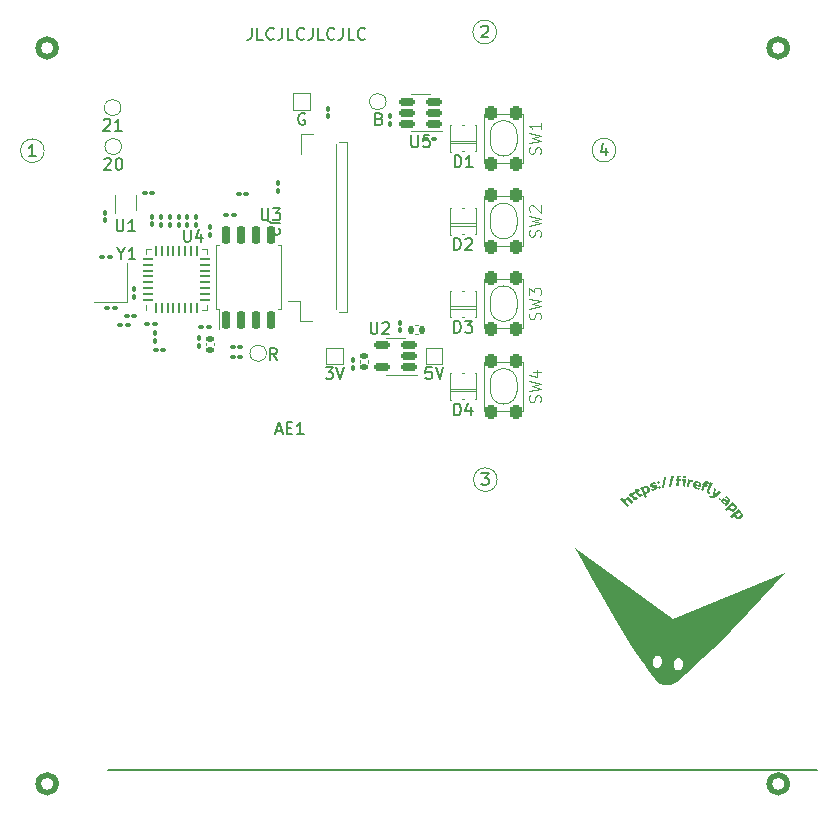
<source format=gbr>
%TF.GenerationSoftware,KiCad,Pcbnew,7.0.10*%
%TF.CreationDate,2024-04-07T01:49:58-04:00*%
%TF.ProjectId,pixie-rev-4,70697869-652d-4726-9576-2d342e6b6963,rev?*%
%TF.SameCoordinates,Original*%
%TF.FileFunction,Legend,Top*%
%TF.FilePolarity,Positive*%
%FSLAX46Y46*%
G04 Gerber Fmt 4.6, Leading zero omitted, Abs format (unit mm)*
G04 Created by KiCad (PCBNEW 7.0.10) date 2024-04-07 01:49:58*
%MOMM*%
%LPD*%
G01*
G04 APERTURE LIST*
G04 Aperture macros list*
%AMRoundRect*
0 Rectangle with rounded corners*
0 $1 Rounding radius*
0 $2 $3 $4 $5 $6 $7 $8 $9 X,Y pos of 4 corners*
0 Add a 4 corners polygon primitive as box body*
4,1,4,$2,$3,$4,$5,$6,$7,$8,$9,$2,$3,0*
0 Add four circle primitives for the rounded corners*
1,1,$1+$1,$2,$3*
1,1,$1+$1,$4,$5*
1,1,$1+$1,$6,$7*
1,1,$1+$1,$8,$9*
0 Add four rect primitives between the rounded corners*
20,1,$1+$1,$2,$3,$4,$5,0*
20,1,$1+$1,$4,$5,$6,$7,0*
20,1,$1+$1,$6,$7,$8,$9,0*
20,1,$1+$1,$8,$9,$2,$3,0*%
G04 Aperture macros list end*
%ADD10C,0.100000*%
%ADD11C,0.150000*%
%ADD12C,0.187500*%
%ADD13C,0.120000*%
%ADD14C,0.500000*%
%ADD15RoundRect,0.100000X-0.100000X0.130000X-0.100000X-0.130000X0.100000X-0.130000X0.100000X0.130000X0*%
%ADD16RoundRect,0.100000X0.130000X0.100000X-0.130000X0.100000X-0.130000X-0.100000X0.130000X-0.100000X0*%
%ADD17RoundRect,0.100000X-0.162635X0.021213X0.021213X-0.162635X0.162635X-0.021213X-0.021213X0.162635X0*%
%ADD18C,1.000000*%
%ADD19RoundRect,0.100000X0.021213X0.162635X-0.162635X-0.021213X-0.021213X-0.162635X0.162635X0.021213X0*%
%ADD20C,0.500000*%
%ADD21RoundRect,0.237500X-0.237500X0.387500X-0.237500X-0.387500X0.237500X-0.387500X0.237500X0.387500X0*%
%ADD22R,0.600000X1.160000*%
%ADD23R,0.300000X1.160000*%
%ADD24O,1.300000X2.100000*%
%ADD25O,1.300000X2.500000*%
%ADD26RoundRect,0.100000X0.100000X-0.130000X0.100000X0.130000X-0.100000X0.130000X-0.100000X-0.130000X0*%
%ADD27R,1.000000X1.000000*%
%ADD28RoundRect,0.140000X-0.170000X0.140000X-0.170000X-0.140000X0.170000X-0.140000X0.170000X0.140000X0*%
%ADD29R,0.700000X0.700000*%
%ADD30RoundRect,0.100000X-0.130000X-0.100000X0.130000X-0.100000X0.130000X0.100000X-0.130000X0.100000X0*%
%ADD31R,1.300000X0.300000*%
%ADD32R,1.600000X2.000000*%
%ADD33R,0.340000X0.700000*%
%ADD34RoundRect,0.062500X0.062500X-0.375000X0.062500X0.375000X-0.062500X0.375000X-0.062500X-0.375000X0*%
%ADD35RoundRect,0.062500X0.375000X-0.062500X0.375000X0.062500X-0.375000X0.062500X-0.375000X-0.062500X0*%
%ADD36R,3.100000X3.100000*%
%ADD37RoundRect,0.140000X0.170000X-0.140000X0.170000X0.140000X-0.170000X0.140000X-0.170000X-0.140000X0*%
%ADD38RoundRect,0.150000X0.150000X-0.650000X0.150000X0.650000X-0.150000X0.650000X-0.150000X-0.650000X0*%
%ADD39RoundRect,0.140000X-0.140000X-0.170000X0.140000X-0.170000X0.140000X0.170000X-0.140000X0.170000X0*%
%ADD40RoundRect,0.150000X0.512500X0.150000X-0.512500X0.150000X-0.512500X-0.150000X0.512500X-0.150000X0*%
%ADD41R,1.000000X1.150000*%
G04 APERTURE END LIST*
D10*
X96600000Y-75550000D02*
G75*
G03*
X94600000Y-75550000I-1000000J0D01*
G01*
X94600000Y-75550000D02*
G75*
G03*
X96600000Y-75550000I1000000J0D01*
G01*
X145000000Y-75500000D02*
G75*
G03*
X143000000Y-75500000I-1000000J0D01*
G01*
X143000000Y-75500000D02*
G75*
G03*
X145000000Y-75500000I1000000J0D01*
G01*
X134900000Y-65500000D02*
G75*
G03*
X132900000Y-65500000I-1000000J0D01*
G01*
X132900000Y-65500000D02*
G75*
G03*
X134900000Y-65500000I1000000J0D01*
G01*
D11*
X102000000Y-128000000D02*
X162000000Y-128000000D01*
D10*
X134950000Y-103400000D02*
G75*
G03*
X132950000Y-103400000I-1000000J0D01*
G01*
X132950000Y-103400000D02*
G75*
G03*
X134950000Y-103400000I1000000J0D01*
G01*
D12*
X116286168Y-93252869D02*
X115952835Y-92776678D01*
X115714740Y-93252869D02*
X115714740Y-92252869D01*
X115714740Y-92252869D02*
X116095692Y-92252869D01*
X116095692Y-92252869D02*
X116190930Y-92300488D01*
X116190930Y-92300488D02*
X116238549Y-92348107D01*
X116238549Y-92348107D02*
X116286168Y-92443345D01*
X116286168Y-92443345D02*
X116286168Y-92586202D01*
X116286168Y-92586202D02*
X116238549Y-92681440D01*
X116238549Y-92681440D02*
X116190930Y-92729059D01*
X116190930Y-92729059D02*
X116095692Y-92776678D01*
X116095692Y-92776678D02*
X115714740Y-92776678D01*
X120438095Y-93867869D02*
X121057142Y-93867869D01*
X121057142Y-93867869D02*
X120723809Y-94248821D01*
X120723809Y-94248821D02*
X120866666Y-94248821D01*
X120866666Y-94248821D02*
X120961904Y-94296440D01*
X120961904Y-94296440D02*
X121009523Y-94344059D01*
X121009523Y-94344059D02*
X121057142Y-94439297D01*
X121057142Y-94439297D02*
X121057142Y-94677392D01*
X121057142Y-94677392D02*
X121009523Y-94772630D01*
X121009523Y-94772630D02*
X120961904Y-94820250D01*
X120961904Y-94820250D02*
X120866666Y-94867869D01*
X120866666Y-94867869D02*
X120580952Y-94867869D01*
X120580952Y-94867869D02*
X120485714Y-94820250D01*
X120485714Y-94820250D02*
X120438095Y-94772630D01*
X121342857Y-93867869D02*
X121676190Y-94867869D01*
X121676190Y-94867869D02*
X122009523Y-93867869D01*
X101688095Y-76263107D02*
X101735714Y-76215488D01*
X101735714Y-76215488D02*
X101830952Y-76167869D01*
X101830952Y-76167869D02*
X102069047Y-76167869D01*
X102069047Y-76167869D02*
X102164285Y-76215488D01*
X102164285Y-76215488D02*
X102211904Y-76263107D01*
X102211904Y-76263107D02*
X102259523Y-76358345D01*
X102259523Y-76358345D02*
X102259523Y-76453583D01*
X102259523Y-76453583D02*
X102211904Y-76596440D01*
X102211904Y-76596440D02*
X101640476Y-77167869D01*
X101640476Y-77167869D02*
X102259523Y-77167869D01*
X102878571Y-76167869D02*
X102973809Y-76167869D01*
X102973809Y-76167869D02*
X103069047Y-76215488D01*
X103069047Y-76215488D02*
X103116666Y-76263107D01*
X103116666Y-76263107D02*
X103164285Y-76358345D01*
X103164285Y-76358345D02*
X103211904Y-76548821D01*
X103211904Y-76548821D02*
X103211904Y-76786916D01*
X103211904Y-76786916D02*
X103164285Y-76977392D01*
X103164285Y-76977392D02*
X103116666Y-77072630D01*
X103116666Y-77072630D02*
X103069047Y-77120250D01*
X103069047Y-77120250D02*
X102973809Y-77167869D01*
X102973809Y-77167869D02*
X102878571Y-77167869D01*
X102878571Y-77167869D02*
X102783333Y-77120250D01*
X102783333Y-77120250D02*
X102735714Y-77072630D01*
X102735714Y-77072630D02*
X102688095Y-76977392D01*
X102688095Y-76977392D02*
X102640476Y-76786916D01*
X102640476Y-76786916D02*
X102640476Y-76548821D01*
X102640476Y-76548821D02*
X102688095Y-76358345D01*
X102688095Y-76358345D02*
X102735714Y-76263107D01*
X102735714Y-76263107D02*
X102783333Y-76215488D01*
X102783333Y-76215488D02*
X102878571Y-76167869D01*
D11*
X95885714Y-76004819D02*
X95314286Y-76004819D01*
X95600000Y-76004819D02*
X95600000Y-75004819D01*
X95600000Y-75004819D02*
X95504762Y-75147676D01*
X95504762Y-75147676D02*
X95409524Y-75242914D01*
X95409524Y-75242914D02*
X95314286Y-75290533D01*
D12*
X124971428Y-72844059D02*
X125114285Y-72891678D01*
X125114285Y-72891678D02*
X125161904Y-72939297D01*
X125161904Y-72939297D02*
X125209523Y-73034535D01*
X125209523Y-73034535D02*
X125209523Y-73177392D01*
X125209523Y-73177392D02*
X125161904Y-73272630D01*
X125161904Y-73272630D02*
X125114285Y-73320250D01*
X125114285Y-73320250D02*
X125019047Y-73367869D01*
X125019047Y-73367869D02*
X124638095Y-73367869D01*
X124638095Y-73367869D02*
X124638095Y-72367869D01*
X124638095Y-72367869D02*
X124971428Y-72367869D01*
X124971428Y-72367869D02*
X125066666Y-72415488D01*
X125066666Y-72415488D02*
X125114285Y-72463107D01*
X125114285Y-72463107D02*
X125161904Y-72558345D01*
X125161904Y-72558345D02*
X125161904Y-72653583D01*
X125161904Y-72653583D02*
X125114285Y-72748821D01*
X125114285Y-72748821D02*
X125066666Y-72796440D01*
X125066666Y-72796440D02*
X124971428Y-72844059D01*
X124971428Y-72844059D02*
X124638095Y-72844059D01*
D11*
X144190476Y-75288152D02*
X144190476Y-75954819D01*
X143952381Y-74907200D02*
X143714286Y-75621485D01*
X143714286Y-75621485D02*
X144333333Y-75621485D01*
D12*
X129409523Y-93867869D02*
X128933333Y-93867869D01*
X128933333Y-93867869D02*
X128885714Y-94344059D01*
X128885714Y-94344059D02*
X128933333Y-94296440D01*
X128933333Y-94296440D02*
X129028571Y-94248821D01*
X129028571Y-94248821D02*
X129266666Y-94248821D01*
X129266666Y-94248821D02*
X129361904Y-94296440D01*
X129361904Y-94296440D02*
X129409523Y-94344059D01*
X129409523Y-94344059D02*
X129457142Y-94439297D01*
X129457142Y-94439297D02*
X129457142Y-94677392D01*
X129457142Y-94677392D02*
X129409523Y-94772630D01*
X129409523Y-94772630D02*
X129361904Y-94820250D01*
X129361904Y-94820250D02*
X129266666Y-94867869D01*
X129266666Y-94867869D02*
X129028571Y-94867869D01*
X129028571Y-94867869D02*
X128933333Y-94820250D01*
X128933333Y-94820250D02*
X128885714Y-94772630D01*
X129742857Y-93867869D02*
X130076190Y-94867869D01*
X130076190Y-94867869D02*
X130409523Y-93867869D01*
D11*
X133616667Y-102854819D02*
X134235714Y-102854819D01*
X134235714Y-102854819D02*
X133902381Y-103235771D01*
X133902381Y-103235771D02*
X134045238Y-103235771D01*
X134045238Y-103235771D02*
X134140476Y-103283390D01*
X134140476Y-103283390D02*
X134188095Y-103331009D01*
X134188095Y-103331009D02*
X134235714Y-103426247D01*
X134235714Y-103426247D02*
X134235714Y-103664342D01*
X134235714Y-103664342D02*
X134188095Y-103759580D01*
X134188095Y-103759580D02*
X134140476Y-103807200D01*
X134140476Y-103807200D02*
X134045238Y-103854819D01*
X134045238Y-103854819D02*
X133759524Y-103854819D01*
X133759524Y-103854819D02*
X133664286Y-103807200D01*
X133664286Y-103807200D02*
X133616667Y-103759580D01*
X133614286Y-65050057D02*
X133661905Y-65002438D01*
X133661905Y-65002438D02*
X133757143Y-64954819D01*
X133757143Y-64954819D02*
X133995238Y-64954819D01*
X133995238Y-64954819D02*
X134090476Y-65002438D01*
X134090476Y-65002438D02*
X134138095Y-65050057D01*
X134138095Y-65050057D02*
X134185714Y-65145295D01*
X134185714Y-65145295D02*
X134185714Y-65240533D01*
X134185714Y-65240533D02*
X134138095Y-65383390D01*
X134138095Y-65383390D02*
X133566667Y-65954819D01*
X133566667Y-65954819D02*
X134185714Y-65954819D01*
D12*
X101638095Y-72948107D02*
X101685714Y-72900488D01*
X101685714Y-72900488D02*
X101780952Y-72852869D01*
X101780952Y-72852869D02*
X102019047Y-72852869D01*
X102019047Y-72852869D02*
X102114285Y-72900488D01*
X102114285Y-72900488D02*
X102161904Y-72948107D01*
X102161904Y-72948107D02*
X102209523Y-73043345D01*
X102209523Y-73043345D02*
X102209523Y-73138583D01*
X102209523Y-73138583D02*
X102161904Y-73281440D01*
X102161904Y-73281440D02*
X101590476Y-73852869D01*
X101590476Y-73852869D02*
X102209523Y-73852869D01*
X103161904Y-73852869D02*
X102590476Y-73852869D01*
X102876190Y-73852869D02*
X102876190Y-72852869D01*
X102876190Y-72852869D02*
X102780952Y-72995726D01*
X102780952Y-72995726D02*
X102685714Y-73090964D01*
X102685714Y-73090964D02*
X102590476Y-73138583D01*
D11*
X114180951Y-65154819D02*
X114180951Y-65869104D01*
X114180951Y-65869104D02*
X114133332Y-66011961D01*
X114133332Y-66011961D02*
X114038094Y-66107200D01*
X114038094Y-66107200D02*
X113895237Y-66154819D01*
X113895237Y-66154819D02*
X113799999Y-66154819D01*
X115133332Y-66154819D02*
X114657142Y-66154819D01*
X114657142Y-66154819D02*
X114657142Y-65154819D01*
X116038094Y-66059580D02*
X115990475Y-66107200D01*
X115990475Y-66107200D02*
X115847618Y-66154819D01*
X115847618Y-66154819D02*
X115752380Y-66154819D01*
X115752380Y-66154819D02*
X115609523Y-66107200D01*
X115609523Y-66107200D02*
X115514285Y-66011961D01*
X115514285Y-66011961D02*
X115466666Y-65916723D01*
X115466666Y-65916723D02*
X115419047Y-65726247D01*
X115419047Y-65726247D02*
X115419047Y-65583390D01*
X115419047Y-65583390D02*
X115466666Y-65392914D01*
X115466666Y-65392914D02*
X115514285Y-65297676D01*
X115514285Y-65297676D02*
X115609523Y-65202438D01*
X115609523Y-65202438D02*
X115752380Y-65154819D01*
X115752380Y-65154819D02*
X115847618Y-65154819D01*
X115847618Y-65154819D02*
X115990475Y-65202438D01*
X115990475Y-65202438D02*
X116038094Y-65250057D01*
X116752380Y-65154819D02*
X116752380Y-65869104D01*
X116752380Y-65869104D02*
X116704761Y-66011961D01*
X116704761Y-66011961D02*
X116609523Y-66107200D01*
X116609523Y-66107200D02*
X116466666Y-66154819D01*
X116466666Y-66154819D02*
X116371428Y-66154819D01*
X117704761Y-66154819D02*
X117228571Y-66154819D01*
X117228571Y-66154819D02*
X117228571Y-65154819D01*
X118609523Y-66059580D02*
X118561904Y-66107200D01*
X118561904Y-66107200D02*
X118419047Y-66154819D01*
X118419047Y-66154819D02*
X118323809Y-66154819D01*
X118323809Y-66154819D02*
X118180952Y-66107200D01*
X118180952Y-66107200D02*
X118085714Y-66011961D01*
X118085714Y-66011961D02*
X118038095Y-65916723D01*
X118038095Y-65916723D02*
X117990476Y-65726247D01*
X117990476Y-65726247D02*
X117990476Y-65583390D01*
X117990476Y-65583390D02*
X118038095Y-65392914D01*
X118038095Y-65392914D02*
X118085714Y-65297676D01*
X118085714Y-65297676D02*
X118180952Y-65202438D01*
X118180952Y-65202438D02*
X118323809Y-65154819D01*
X118323809Y-65154819D02*
X118419047Y-65154819D01*
X118419047Y-65154819D02*
X118561904Y-65202438D01*
X118561904Y-65202438D02*
X118609523Y-65250057D01*
X119323809Y-65154819D02*
X119323809Y-65869104D01*
X119323809Y-65869104D02*
X119276190Y-66011961D01*
X119276190Y-66011961D02*
X119180952Y-66107200D01*
X119180952Y-66107200D02*
X119038095Y-66154819D01*
X119038095Y-66154819D02*
X118942857Y-66154819D01*
X120276190Y-66154819D02*
X119800000Y-66154819D01*
X119800000Y-66154819D02*
X119800000Y-65154819D01*
X121180952Y-66059580D02*
X121133333Y-66107200D01*
X121133333Y-66107200D02*
X120990476Y-66154819D01*
X120990476Y-66154819D02*
X120895238Y-66154819D01*
X120895238Y-66154819D02*
X120752381Y-66107200D01*
X120752381Y-66107200D02*
X120657143Y-66011961D01*
X120657143Y-66011961D02*
X120609524Y-65916723D01*
X120609524Y-65916723D02*
X120561905Y-65726247D01*
X120561905Y-65726247D02*
X120561905Y-65583390D01*
X120561905Y-65583390D02*
X120609524Y-65392914D01*
X120609524Y-65392914D02*
X120657143Y-65297676D01*
X120657143Y-65297676D02*
X120752381Y-65202438D01*
X120752381Y-65202438D02*
X120895238Y-65154819D01*
X120895238Y-65154819D02*
X120990476Y-65154819D01*
X120990476Y-65154819D02*
X121133333Y-65202438D01*
X121133333Y-65202438D02*
X121180952Y-65250057D01*
X121895238Y-65154819D02*
X121895238Y-65869104D01*
X121895238Y-65869104D02*
X121847619Y-66011961D01*
X121847619Y-66011961D02*
X121752381Y-66107200D01*
X121752381Y-66107200D02*
X121609524Y-66154819D01*
X121609524Y-66154819D02*
X121514286Y-66154819D01*
X122847619Y-66154819D02*
X122371429Y-66154819D01*
X122371429Y-66154819D02*
X122371429Y-65154819D01*
X123752381Y-66059580D02*
X123704762Y-66107200D01*
X123704762Y-66107200D02*
X123561905Y-66154819D01*
X123561905Y-66154819D02*
X123466667Y-66154819D01*
X123466667Y-66154819D02*
X123323810Y-66107200D01*
X123323810Y-66107200D02*
X123228572Y-66011961D01*
X123228572Y-66011961D02*
X123180953Y-65916723D01*
X123180953Y-65916723D02*
X123133334Y-65726247D01*
X123133334Y-65726247D02*
X123133334Y-65583390D01*
X123133334Y-65583390D02*
X123180953Y-65392914D01*
X123180953Y-65392914D02*
X123228572Y-65297676D01*
X123228572Y-65297676D02*
X123323810Y-65202438D01*
X123323810Y-65202438D02*
X123466667Y-65154819D01*
X123466667Y-65154819D02*
X123561905Y-65154819D01*
X123561905Y-65154819D02*
X123704762Y-65202438D01*
X123704762Y-65202438D02*
X123752381Y-65250057D01*
D12*
X118661904Y-72415488D02*
X118566666Y-72367869D01*
X118566666Y-72367869D02*
X118423809Y-72367869D01*
X118423809Y-72367869D02*
X118280952Y-72415488D01*
X118280952Y-72415488D02*
X118185714Y-72510726D01*
X118185714Y-72510726D02*
X118138095Y-72605964D01*
X118138095Y-72605964D02*
X118090476Y-72796440D01*
X118090476Y-72796440D02*
X118090476Y-72939297D01*
X118090476Y-72939297D02*
X118138095Y-73129773D01*
X118138095Y-73129773D02*
X118185714Y-73225011D01*
X118185714Y-73225011D02*
X118280952Y-73320250D01*
X118280952Y-73320250D02*
X118423809Y-73367869D01*
X118423809Y-73367869D02*
X118519047Y-73367869D01*
X118519047Y-73367869D02*
X118661904Y-73320250D01*
X118661904Y-73320250D02*
X118709523Y-73272630D01*
X118709523Y-73272630D02*
X118709523Y-72939297D01*
X118709523Y-72939297D02*
X118519047Y-72939297D01*
D10*
X138609800Y-89833332D02*
X138657419Y-89690475D01*
X138657419Y-89690475D02*
X138657419Y-89452380D01*
X138657419Y-89452380D02*
X138609800Y-89357142D01*
X138609800Y-89357142D02*
X138562180Y-89309523D01*
X138562180Y-89309523D02*
X138466942Y-89261904D01*
X138466942Y-89261904D02*
X138371704Y-89261904D01*
X138371704Y-89261904D02*
X138276466Y-89309523D01*
X138276466Y-89309523D02*
X138228847Y-89357142D01*
X138228847Y-89357142D02*
X138181228Y-89452380D01*
X138181228Y-89452380D02*
X138133609Y-89642856D01*
X138133609Y-89642856D02*
X138085990Y-89738094D01*
X138085990Y-89738094D02*
X138038371Y-89785713D01*
X138038371Y-89785713D02*
X137943133Y-89833332D01*
X137943133Y-89833332D02*
X137847895Y-89833332D01*
X137847895Y-89833332D02*
X137752657Y-89785713D01*
X137752657Y-89785713D02*
X137705038Y-89738094D01*
X137705038Y-89738094D02*
X137657419Y-89642856D01*
X137657419Y-89642856D02*
X137657419Y-89404761D01*
X137657419Y-89404761D02*
X137705038Y-89261904D01*
X137657419Y-88928570D02*
X138657419Y-88690475D01*
X138657419Y-88690475D02*
X137943133Y-88499999D01*
X137943133Y-88499999D02*
X138657419Y-88309523D01*
X138657419Y-88309523D02*
X137657419Y-88071428D01*
X137657419Y-87785713D02*
X137657419Y-87166666D01*
X137657419Y-87166666D02*
X138038371Y-87499999D01*
X138038371Y-87499999D02*
X138038371Y-87357142D01*
X138038371Y-87357142D02*
X138085990Y-87261904D01*
X138085990Y-87261904D02*
X138133609Y-87214285D01*
X138133609Y-87214285D02*
X138228847Y-87166666D01*
X138228847Y-87166666D02*
X138466942Y-87166666D01*
X138466942Y-87166666D02*
X138562180Y-87214285D01*
X138562180Y-87214285D02*
X138609800Y-87261904D01*
X138609800Y-87261904D02*
X138657419Y-87357142D01*
X138657419Y-87357142D02*
X138657419Y-87642856D01*
X138657419Y-87642856D02*
X138609800Y-87738094D01*
X138609800Y-87738094D02*
X138562180Y-87785713D01*
X138609800Y-75833332D02*
X138657419Y-75690475D01*
X138657419Y-75690475D02*
X138657419Y-75452380D01*
X138657419Y-75452380D02*
X138609800Y-75357142D01*
X138609800Y-75357142D02*
X138562180Y-75309523D01*
X138562180Y-75309523D02*
X138466942Y-75261904D01*
X138466942Y-75261904D02*
X138371704Y-75261904D01*
X138371704Y-75261904D02*
X138276466Y-75309523D01*
X138276466Y-75309523D02*
X138228847Y-75357142D01*
X138228847Y-75357142D02*
X138181228Y-75452380D01*
X138181228Y-75452380D02*
X138133609Y-75642856D01*
X138133609Y-75642856D02*
X138085990Y-75738094D01*
X138085990Y-75738094D02*
X138038371Y-75785713D01*
X138038371Y-75785713D02*
X137943133Y-75833332D01*
X137943133Y-75833332D02*
X137847895Y-75833332D01*
X137847895Y-75833332D02*
X137752657Y-75785713D01*
X137752657Y-75785713D02*
X137705038Y-75738094D01*
X137705038Y-75738094D02*
X137657419Y-75642856D01*
X137657419Y-75642856D02*
X137657419Y-75404761D01*
X137657419Y-75404761D02*
X137705038Y-75261904D01*
X137657419Y-74928570D02*
X138657419Y-74690475D01*
X138657419Y-74690475D02*
X137943133Y-74499999D01*
X137943133Y-74499999D02*
X138657419Y-74309523D01*
X138657419Y-74309523D02*
X137657419Y-74071428D01*
X138657419Y-73166666D02*
X138657419Y-73738094D01*
X138657419Y-73452380D02*
X137657419Y-73452380D01*
X137657419Y-73452380D02*
X137800276Y-73547618D01*
X137800276Y-73547618D02*
X137895514Y-73642856D01*
X137895514Y-73642856D02*
X137943133Y-73738094D01*
D11*
X131311905Y-83954819D02*
X131311905Y-82954819D01*
X131311905Y-82954819D02*
X131550000Y-82954819D01*
X131550000Y-82954819D02*
X131692857Y-83002438D01*
X131692857Y-83002438D02*
X131788095Y-83097676D01*
X131788095Y-83097676D02*
X131835714Y-83192914D01*
X131835714Y-83192914D02*
X131883333Y-83383390D01*
X131883333Y-83383390D02*
X131883333Y-83526247D01*
X131883333Y-83526247D02*
X131835714Y-83716723D01*
X131835714Y-83716723D02*
X131788095Y-83811961D01*
X131788095Y-83811961D02*
X131692857Y-83907200D01*
X131692857Y-83907200D02*
X131550000Y-83954819D01*
X131550000Y-83954819D02*
X131311905Y-83954819D01*
X132264286Y-83050057D02*
X132311905Y-83002438D01*
X132311905Y-83002438D02*
X132407143Y-82954819D01*
X132407143Y-82954819D02*
X132645238Y-82954819D01*
X132645238Y-82954819D02*
X132740476Y-83002438D01*
X132740476Y-83002438D02*
X132788095Y-83050057D01*
X132788095Y-83050057D02*
X132835714Y-83145295D01*
X132835714Y-83145295D02*
X132835714Y-83240533D01*
X132835714Y-83240533D02*
X132788095Y-83383390D01*
X132788095Y-83383390D02*
X132216667Y-83954819D01*
X132216667Y-83954819D02*
X132835714Y-83954819D01*
X116545180Y-81666666D02*
X115830895Y-81666666D01*
X115830895Y-81666666D02*
X115688038Y-81619047D01*
X115688038Y-81619047D02*
X115592800Y-81523809D01*
X115592800Y-81523809D02*
X115545180Y-81380952D01*
X115545180Y-81380952D02*
X115545180Y-81285714D01*
X116449942Y-82095238D02*
X116497561Y-82142857D01*
X116497561Y-82142857D02*
X116545180Y-82238095D01*
X116545180Y-82238095D02*
X116545180Y-82476190D01*
X116545180Y-82476190D02*
X116497561Y-82571428D01*
X116497561Y-82571428D02*
X116449942Y-82619047D01*
X116449942Y-82619047D02*
X116354704Y-82666666D01*
X116354704Y-82666666D02*
X116259466Y-82666666D01*
X116259466Y-82666666D02*
X116116609Y-82619047D01*
X116116609Y-82619047D02*
X115545180Y-82047619D01*
X115545180Y-82047619D02*
X115545180Y-82666666D01*
D10*
X138609800Y-82833332D02*
X138657419Y-82690475D01*
X138657419Y-82690475D02*
X138657419Y-82452380D01*
X138657419Y-82452380D02*
X138609800Y-82357142D01*
X138609800Y-82357142D02*
X138562180Y-82309523D01*
X138562180Y-82309523D02*
X138466942Y-82261904D01*
X138466942Y-82261904D02*
X138371704Y-82261904D01*
X138371704Y-82261904D02*
X138276466Y-82309523D01*
X138276466Y-82309523D02*
X138228847Y-82357142D01*
X138228847Y-82357142D02*
X138181228Y-82452380D01*
X138181228Y-82452380D02*
X138133609Y-82642856D01*
X138133609Y-82642856D02*
X138085990Y-82738094D01*
X138085990Y-82738094D02*
X138038371Y-82785713D01*
X138038371Y-82785713D02*
X137943133Y-82833332D01*
X137943133Y-82833332D02*
X137847895Y-82833332D01*
X137847895Y-82833332D02*
X137752657Y-82785713D01*
X137752657Y-82785713D02*
X137705038Y-82738094D01*
X137705038Y-82738094D02*
X137657419Y-82642856D01*
X137657419Y-82642856D02*
X137657419Y-82404761D01*
X137657419Y-82404761D02*
X137705038Y-82261904D01*
X137657419Y-81928570D02*
X138657419Y-81690475D01*
X138657419Y-81690475D02*
X137943133Y-81499999D01*
X137943133Y-81499999D02*
X138657419Y-81309523D01*
X138657419Y-81309523D02*
X137657419Y-81071428D01*
X137752657Y-80738094D02*
X137705038Y-80690475D01*
X137705038Y-80690475D02*
X137657419Y-80595237D01*
X137657419Y-80595237D02*
X137657419Y-80357142D01*
X137657419Y-80357142D02*
X137705038Y-80261904D01*
X137705038Y-80261904D02*
X137752657Y-80214285D01*
X137752657Y-80214285D02*
X137847895Y-80166666D01*
X137847895Y-80166666D02*
X137943133Y-80166666D01*
X137943133Y-80166666D02*
X138085990Y-80214285D01*
X138085990Y-80214285D02*
X138657419Y-80785713D01*
X138657419Y-80785713D02*
X138657419Y-80166666D01*
D11*
X131311905Y-97954819D02*
X131311905Y-96954819D01*
X131311905Y-96954819D02*
X131550000Y-96954819D01*
X131550000Y-96954819D02*
X131692857Y-97002438D01*
X131692857Y-97002438D02*
X131788095Y-97097676D01*
X131788095Y-97097676D02*
X131835714Y-97192914D01*
X131835714Y-97192914D02*
X131883333Y-97383390D01*
X131883333Y-97383390D02*
X131883333Y-97526247D01*
X131883333Y-97526247D02*
X131835714Y-97716723D01*
X131835714Y-97716723D02*
X131788095Y-97811961D01*
X131788095Y-97811961D02*
X131692857Y-97907200D01*
X131692857Y-97907200D02*
X131550000Y-97954819D01*
X131550000Y-97954819D02*
X131311905Y-97954819D01*
X132740476Y-97288152D02*
X132740476Y-97954819D01*
X132502381Y-96907200D02*
X132264286Y-97621485D01*
X132264286Y-97621485D02*
X132883333Y-97621485D01*
X102738095Y-81354819D02*
X102738095Y-82164342D01*
X102738095Y-82164342D02*
X102785714Y-82259580D01*
X102785714Y-82259580D02*
X102833333Y-82307200D01*
X102833333Y-82307200D02*
X102928571Y-82354819D01*
X102928571Y-82354819D02*
X103119047Y-82354819D01*
X103119047Y-82354819D02*
X103214285Y-82307200D01*
X103214285Y-82307200D02*
X103261904Y-82259580D01*
X103261904Y-82259580D02*
X103309523Y-82164342D01*
X103309523Y-82164342D02*
X103309523Y-81354819D01*
X104309523Y-82354819D02*
X103738095Y-82354819D01*
X104023809Y-82354819D02*
X104023809Y-81354819D01*
X104023809Y-81354819D02*
X103928571Y-81497676D01*
X103928571Y-81497676D02*
X103833333Y-81592914D01*
X103833333Y-81592914D02*
X103738095Y-81640533D01*
X108438095Y-82254819D02*
X108438095Y-83064342D01*
X108438095Y-83064342D02*
X108485714Y-83159580D01*
X108485714Y-83159580D02*
X108533333Y-83207200D01*
X108533333Y-83207200D02*
X108628571Y-83254819D01*
X108628571Y-83254819D02*
X108819047Y-83254819D01*
X108819047Y-83254819D02*
X108914285Y-83207200D01*
X108914285Y-83207200D02*
X108961904Y-83159580D01*
X108961904Y-83159580D02*
X109009523Y-83064342D01*
X109009523Y-83064342D02*
X109009523Y-82254819D01*
X109914285Y-82588152D02*
X109914285Y-83254819D01*
X109676190Y-82207200D02*
X109438095Y-82921485D01*
X109438095Y-82921485D02*
X110057142Y-82921485D01*
X131361905Y-76954819D02*
X131361905Y-75954819D01*
X131361905Y-75954819D02*
X131600000Y-75954819D01*
X131600000Y-75954819D02*
X131742857Y-76002438D01*
X131742857Y-76002438D02*
X131838095Y-76097676D01*
X131838095Y-76097676D02*
X131885714Y-76192914D01*
X131885714Y-76192914D02*
X131933333Y-76383390D01*
X131933333Y-76383390D02*
X131933333Y-76526247D01*
X131933333Y-76526247D02*
X131885714Y-76716723D01*
X131885714Y-76716723D02*
X131838095Y-76811961D01*
X131838095Y-76811961D02*
X131742857Y-76907200D01*
X131742857Y-76907200D02*
X131600000Y-76954819D01*
X131600000Y-76954819D02*
X131361905Y-76954819D01*
X132885714Y-76954819D02*
X132314286Y-76954819D01*
X132600000Y-76954819D02*
X132600000Y-75954819D01*
X132600000Y-75954819D02*
X132504762Y-76097676D01*
X132504762Y-76097676D02*
X132409524Y-76192914D01*
X132409524Y-76192914D02*
X132314286Y-76240533D01*
X115013095Y-80429819D02*
X115013095Y-81239342D01*
X115013095Y-81239342D02*
X115060714Y-81334580D01*
X115060714Y-81334580D02*
X115108333Y-81382200D01*
X115108333Y-81382200D02*
X115203571Y-81429819D01*
X115203571Y-81429819D02*
X115394047Y-81429819D01*
X115394047Y-81429819D02*
X115489285Y-81382200D01*
X115489285Y-81382200D02*
X115536904Y-81334580D01*
X115536904Y-81334580D02*
X115584523Y-81239342D01*
X115584523Y-81239342D02*
X115584523Y-80429819D01*
X115965476Y-80429819D02*
X116584523Y-80429819D01*
X116584523Y-80429819D02*
X116251190Y-80810771D01*
X116251190Y-80810771D02*
X116394047Y-80810771D01*
X116394047Y-80810771D02*
X116489285Y-80858390D01*
X116489285Y-80858390D02*
X116536904Y-80906009D01*
X116536904Y-80906009D02*
X116584523Y-81001247D01*
X116584523Y-81001247D02*
X116584523Y-81239342D01*
X116584523Y-81239342D02*
X116536904Y-81334580D01*
X116536904Y-81334580D02*
X116489285Y-81382200D01*
X116489285Y-81382200D02*
X116394047Y-81429819D01*
X116394047Y-81429819D02*
X116108333Y-81429819D01*
X116108333Y-81429819D02*
X116013095Y-81382200D01*
X116013095Y-81382200D02*
X115965476Y-81334580D01*
X116233333Y-99269104D02*
X116709523Y-99269104D01*
X116138095Y-99554819D02*
X116471428Y-98554819D01*
X116471428Y-98554819D02*
X116804761Y-99554819D01*
X117138095Y-99031009D02*
X117471428Y-99031009D01*
X117614285Y-99554819D02*
X117138095Y-99554819D01*
X117138095Y-99554819D02*
X117138095Y-98554819D01*
X117138095Y-98554819D02*
X117614285Y-98554819D01*
X118566666Y-99554819D02*
X117995238Y-99554819D01*
X118280952Y-99554819D02*
X118280952Y-98554819D01*
X118280952Y-98554819D02*
X118185714Y-98697676D01*
X118185714Y-98697676D02*
X118090476Y-98792914D01*
X118090476Y-98792914D02*
X117995238Y-98840533D01*
X124238095Y-90054819D02*
X124238095Y-90864342D01*
X124238095Y-90864342D02*
X124285714Y-90959580D01*
X124285714Y-90959580D02*
X124333333Y-91007200D01*
X124333333Y-91007200D02*
X124428571Y-91054819D01*
X124428571Y-91054819D02*
X124619047Y-91054819D01*
X124619047Y-91054819D02*
X124714285Y-91007200D01*
X124714285Y-91007200D02*
X124761904Y-90959580D01*
X124761904Y-90959580D02*
X124809523Y-90864342D01*
X124809523Y-90864342D02*
X124809523Y-90054819D01*
X125238095Y-90150057D02*
X125285714Y-90102438D01*
X125285714Y-90102438D02*
X125380952Y-90054819D01*
X125380952Y-90054819D02*
X125619047Y-90054819D01*
X125619047Y-90054819D02*
X125714285Y-90102438D01*
X125714285Y-90102438D02*
X125761904Y-90150057D01*
X125761904Y-90150057D02*
X125809523Y-90245295D01*
X125809523Y-90245295D02*
X125809523Y-90340533D01*
X125809523Y-90340533D02*
X125761904Y-90483390D01*
X125761904Y-90483390D02*
X125190476Y-91054819D01*
X125190476Y-91054819D02*
X125809523Y-91054819D01*
X131311905Y-90954819D02*
X131311905Y-89954819D01*
X131311905Y-89954819D02*
X131550000Y-89954819D01*
X131550000Y-89954819D02*
X131692857Y-90002438D01*
X131692857Y-90002438D02*
X131788095Y-90097676D01*
X131788095Y-90097676D02*
X131835714Y-90192914D01*
X131835714Y-90192914D02*
X131883333Y-90383390D01*
X131883333Y-90383390D02*
X131883333Y-90526247D01*
X131883333Y-90526247D02*
X131835714Y-90716723D01*
X131835714Y-90716723D02*
X131788095Y-90811961D01*
X131788095Y-90811961D02*
X131692857Y-90907200D01*
X131692857Y-90907200D02*
X131550000Y-90954819D01*
X131550000Y-90954819D02*
X131311905Y-90954819D01*
X132216667Y-89954819D02*
X132835714Y-89954819D01*
X132835714Y-89954819D02*
X132502381Y-90335771D01*
X132502381Y-90335771D02*
X132645238Y-90335771D01*
X132645238Y-90335771D02*
X132740476Y-90383390D01*
X132740476Y-90383390D02*
X132788095Y-90431009D01*
X132788095Y-90431009D02*
X132835714Y-90526247D01*
X132835714Y-90526247D02*
X132835714Y-90764342D01*
X132835714Y-90764342D02*
X132788095Y-90859580D01*
X132788095Y-90859580D02*
X132740476Y-90907200D01*
X132740476Y-90907200D02*
X132645238Y-90954819D01*
X132645238Y-90954819D02*
X132359524Y-90954819D01*
X132359524Y-90954819D02*
X132264286Y-90907200D01*
X132264286Y-90907200D02*
X132216667Y-90859580D01*
D10*
X138609800Y-96833332D02*
X138657419Y-96690475D01*
X138657419Y-96690475D02*
X138657419Y-96452380D01*
X138657419Y-96452380D02*
X138609800Y-96357142D01*
X138609800Y-96357142D02*
X138562180Y-96309523D01*
X138562180Y-96309523D02*
X138466942Y-96261904D01*
X138466942Y-96261904D02*
X138371704Y-96261904D01*
X138371704Y-96261904D02*
X138276466Y-96309523D01*
X138276466Y-96309523D02*
X138228847Y-96357142D01*
X138228847Y-96357142D02*
X138181228Y-96452380D01*
X138181228Y-96452380D02*
X138133609Y-96642856D01*
X138133609Y-96642856D02*
X138085990Y-96738094D01*
X138085990Y-96738094D02*
X138038371Y-96785713D01*
X138038371Y-96785713D02*
X137943133Y-96833332D01*
X137943133Y-96833332D02*
X137847895Y-96833332D01*
X137847895Y-96833332D02*
X137752657Y-96785713D01*
X137752657Y-96785713D02*
X137705038Y-96738094D01*
X137705038Y-96738094D02*
X137657419Y-96642856D01*
X137657419Y-96642856D02*
X137657419Y-96404761D01*
X137657419Y-96404761D02*
X137705038Y-96261904D01*
X137657419Y-95928570D02*
X138657419Y-95690475D01*
X138657419Y-95690475D02*
X137943133Y-95499999D01*
X137943133Y-95499999D02*
X138657419Y-95309523D01*
X138657419Y-95309523D02*
X137657419Y-95071428D01*
X137990752Y-94261904D02*
X138657419Y-94261904D01*
X137609800Y-94499999D02*
X138324085Y-94738094D01*
X138324085Y-94738094D02*
X138324085Y-94119047D01*
D11*
X103123809Y-84253628D02*
X103123809Y-84729819D01*
X102790476Y-83729819D02*
X103123809Y-84253628D01*
X103123809Y-84253628D02*
X103457142Y-83729819D01*
X104314285Y-84729819D02*
X103742857Y-84729819D01*
X104028571Y-84729819D02*
X104028571Y-83729819D01*
X104028571Y-83729819D02*
X103933333Y-83872676D01*
X103933333Y-83872676D02*
X103838095Y-83967914D01*
X103838095Y-83967914D02*
X103742857Y-84015533D01*
X127688095Y-74254819D02*
X127688095Y-75064342D01*
X127688095Y-75064342D02*
X127735714Y-75159580D01*
X127735714Y-75159580D02*
X127783333Y-75207200D01*
X127783333Y-75207200D02*
X127878571Y-75254819D01*
X127878571Y-75254819D02*
X128069047Y-75254819D01*
X128069047Y-75254819D02*
X128164285Y-75207200D01*
X128164285Y-75207200D02*
X128211904Y-75159580D01*
X128211904Y-75159580D02*
X128259523Y-75064342D01*
X128259523Y-75064342D02*
X128259523Y-74254819D01*
X129211904Y-74254819D02*
X128735714Y-74254819D01*
X128735714Y-74254819D02*
X128688095Y-74731009D01*
X128688095Y-74731009D02*
X128735714Y-74683390D01*
X128735714Y-74683390D02*
X128830952Y-74635771D01*
X128830952Y-74635771D02*
X129069047Y-74635771D01*
X129069047Y-74635771D02*
X129164285Y-74683390D01*
X129164285Y-74683390D02*
X129211904Y-74731009D01*
X129211904Y-74731009D02*
X129259523Y-74826247D01*
X129259523Y-74826247D02*
X129259523Y-75064342D01*
X129259523Y-75064342D02*
X129211904Y-75159580D01*
X129211904Y-75159580D02*
X129164285Y-75207200D01*
X129164285Y-75207200D02*
X129069047Y-75254819D01*
X129069047Y-75254819D02*
X128830952Y-75254819D01*
X128830952Y-75254819D02*
X128735714Y-75207200D01*
X128735714Y-75207200D02*
X128688095Y-75159580D01*
D13*
%TO.C,TP2*%
X103100000Y-71900000D02*
G75*
G03*
X101700000Y-71900000I-700000J0D01*
G01*
X101700000Y-71900000D02*
G75*
G03*
X103100000Y-71900000I700000J0D01*
G01*
D10*
%TO.C,SW3*%
X136625000Y-88875000D02*
X136625000Y-88125000D01*
X134375000Y-88875000D02*
X134375000Y-88125000D01*
X137175000Y-86400000D02*
X133825000Y-86400000D01*
X133825000Y-86400000D02*
X133825000Y-90600000D01*
X133825000Y-90600000D02*
X137175000Y-90600000D01*
X137175000Y-90600000D02*
X137175000Y-86400000D01*
X136625000Y-88125000D02*
G75*
G03*
X134375000Y-88125000I-1125000J0D01*
G01*
X134375000Y-88875000D02*
G75*
G03*
X136625000Y-88875000I1125000J0D01*
G01*
%TO.C,SW1*%
X136625000Y-74875000D02*
X136625000Y-74125000D01*
X134375000Y-74875000D02*
X134375000Y-74125000D01*
X137175000Y-72400000D02*
X133825000Y-72400000D01*
X133825000Y-72400000D02*
X133825000Y-76600000D01*
X133825000Y-76600000D02*
X137175000Y-76600000D01*
X137175000Y-76600000D02*
X137175000Y-72400000D01*
X136625000Y-74125000D02*
G75*
G03*
X134375000Y-74125000I-1125000J0D01*
G01*
X134375000Y-74875000D02*
G75*
G03*
X136625000Y-74875000I1125000J0D01*
G01*
D13*
%TO.C,GND1*%
X117700000Y-70700000D02*
X119100000Y-70700000D01*
X117700000Y-72100000D02*
X117700000Y-70700000D01*
X119100000Y-70700000D02*
X119100000Y-72100000D01*
X119100000Y-72100000D02*
X117700000Y-72100000D01*
%TO.C,C17*%
X110985000Y-91822164D02*
X110985000Y-92037836D01*
X110265000Y-91822164D02*
X110265000Y-92037836D01*
%TO.C,TP1*%
X103150000Y-75200000D02*
G75*
G03*
X101750000Y-75200000I-700000J0D01*
G01*
X101750000Y-75200000D02*
G75*
G03*
X103150000Y-75200000I700000J0D01*
G01*
%TO.C,D2*%
X133150000Y-80410000D02*
X133150000Y-82610000D01*
X133050000Y-80410000D02*
X133150000Y-80410000D01*
X132150000Y-80410000D02*
X131950000Y-80410000D01*
X131050000Y-80410000D02*
X130950000Y-80410000D01*
X130950000Y-80410000D02*
X130950000Y-82660000D01*
X130950000Y-81710000D02*
X133150000Y-81710000D01*
X133150000Y-81910000D02*
X130950000Y-81910000D01*
X133150000Y-82610000D02*
X133050000Y-82610000D01*
X132150000Y-82610000D02*
X131950000Y-82610000D01*
X130950000Y-82660000D02*
X131050000Y-82660000D01*
%TO.C,5V1*%
X130300000Y-92250000D02*
X130300000Y-93650000D01*
X128900000Y-92250000D02*
X130300000Y-92250000D01*
X130300000Y-93650000D02*
X128900000Y-93650000D01*
X128900000Y-93650000D02*
X128900000Y-92250000D01*
%TO.C,J2*%
X119350000Y-74100000D02*
X118350000Y-74100000D01*
X118350000Y-74100000D02*
X118350000Y-75800000D01*
X122250000Y-74800000D02*
X121550000Y-74800000D01*
X122250000Y-74800000D02*
X122250000Y-89200000D01*
X118300000Y-88250000D02*
X117250000Y-88250000D01*
X121350000Y-88950000D02*
X121350000Y-74950000D01*
X122250000Y-89200000D02*
X121550000Y-89200000D01*
X119300000Y-90000000D02*
X118300000Y-90000000D01*
X118300000Y-90000000D02*
X118300000Y-88250000D01*
%TO.C,3V1*%
X120500000Y-92250000D02*
X121900000Y-92250000D01*
X120500000Y-93650000D02*
X120500000Y-92250000D01*
X121900000Y-92250000D02*
X121900000Y-93650000D01*
X121900000Y-93650000D02*
X120500000Y-93650000D01*
D10*
%TO.C,SW2*%
X136625000Y-81875000D02*
X136625000Y-81125000D01*
X134375000Y-81875000D02*
X134375000Y-81125000D01*
X137175000Y-79400000D02*
X133825000Y-79400000D01*
X133825000Y-79400000D02*
X133825000Y-83600000D01*
X133825000Y-83600000D02*
X137175000Y-83600000D01*
X137175000Y-83600000D02*
X137175000Y-79400000D01*
X136625000Y-81125000D02*
G75*
G03*
X134375000Y-81125000I-1125000J0D01*
G01*
X134375000Y-81875000D02*
G75*
G03*
X136625000Y-81875000I1125000J0D01*
G01*
D13*
%TO.C,D4*%
X133150000Y-94410000D02*
X133150000Y-96610000D01*
X133050000Y-94410000D02*
X133150000Y-94410000D01*
X132150000Y-94410000D02*
X131950000Y-94410000D01*
X131050000Y-94410000D02*
X130950000Y-94410000D01*
X130950000Y-94410000D02*
X130950000Y-96660000D01*
X130950000Y-95710000D02*
X133150000Y-95710000D01*
X133150000Y-95910000D02*
X130950000Y-95910000D01*
X133150000Y-96610000D02*
X133050000Y-96610000D01*
X132150000Y-96610000D02*
X131950000Y-96610000D01*
X130950000Y-96660000D02*
X131050000Y-96660000D01*
%TO.C,BOOT1*%
X125550000Y-71400000D02*
G75*
G03*
X124150000Y-71400000I-700000J0D01*
G01*
X124150000Y-71400000D02*
G75*
G03*
X125550000Y-71400000I700000J0D01*
G01*
D14*
%TO.C,REF\u002A\u002A*%
X159500000Y-66850000D02*
G75*
G03*
X158000000Y-66850000I-750000J0D01*
G01*
X158000000Y-66850000D02*
G75*
G03*
X159500000Y-66850000I750000J0D01*
G01*
D13*
%TO.C,U1*%
X102600000Y-80850000D02*
X102600000Y-79300000D01*
X104400000Y-79300000D02*
X104400000Y-80600000D01*
%TO.C,U4*%
X110410000Y-89060000D02*
X109935000Y-89060000D01*
X105190000Y-88585000D02*
X105190000Y-89060000D01*
X110410000Y-88585000D02*
X110410000Y-89060000D01*
X105190000Y-84315000D02*
X105190000Y-83840000D01*
X110410000Y-84315000D02*
X110410000Y-83840000D01*
X105190000Y-83840000D02*
X105665000Y-83840000D01*
X110410000Y-83840000D02*
X109935000Y-83840000D01*
%TO.C,REF\u002A\u002A*%
G36*
X148704285Y-103714929D02*
G01*
X148535907Y-103765444D01*
X148493809Y-103605483D01*
X148662191Y-103554969D01*
X148704285Y-103714929D01*
G37*
G36*
X148813732Y-104110621D02*
G01*
X148645353Y-104161136D01*
X148603259Y-104001177D01*
X148771637Y-103950663D01*
X148813732Y-104110621D01*
G37*
G36*
X149108397Y-104085366D02*
G01*
X148889503Y-104119042D01*
X149041045Y-103176115D01*
X149259939Y-103142439D01*
X149108397Y-104085366D01*
G37*
G36*
X149689307Y-103992759D02*
G01*
X149470415Y-104009594D01*
X149714565Y-103091924D01*
X149933459Y-103075087D01*
X149689307Y-103992759D01*
G37*
G36*
X150926900Y-103091924D02*
G01*
X150918480Y-103251885D01*
X150682745Y-103235049D01*
X150691166Y-103075088D01*
X150926900Y-103091924D01*
G37*
G36*
X153881965Y-105036712D02*
G01*
X153789355Y-105162997D01*
X153654650Y-105061968D01*
X153747262Y-104935683D01*
X153881965Y-105036712D01*
G37*
G36*
X150926899Y-103344495D02*
G01*
X150893222Y-103984338D01*
X150674328Y-103967499D01*
X150699587Y-103504457D01*
X150606975Y-103496037D01*
X150632234Y-103336076D01*
X150926899Y-103344495D01*
G37*
G36*
X151305753Y-103420266D02*
G01*
X151297335Y-103479198D01*
X151303651Y-103476231D01*
X151309980Y-103473624D01*
X151316334Y-103471336D01*
X151322723Y-103469334D01*
X151329164Y-103467574D01*
X151335665Y-103466027D01*
X151342237Y-103464652D01*
X151348902Y-103463412D01*
X151362532Y-103461193D01*
X151376658Y-103459071D01*
X151391376Y-103456752D01*
X151398983Y-103455425D01*
X151406783Y-103453940D01*
X151414767Y-103452458D01*
X151422912Y-103451162D01*
X151431180Y-103450037D01*
X151439537Y-103449073D01*
X151456358Y-103447577D01*
X151473083Y-103446575D01*
X151489411Y-103445965D01*
X151505047Y-103445652D01*
X151533067Y-103445520D01*
X151507811Y-103605483D01*
X151479792Y-103605616D01*
X151464150Y-103605927D01*
X151447825Y-103606535D01*
X151431102Y-103607539D01*
X151422685Y-103608218D01*
X151414280Y-103609034D01*
X151405924Y-103610000D01*
X151397656Y-103611123D01*
X151389510Y-103612422D01*
X151381522Y-103613904D01*
X151373730Y-103615386D01*
X151366135Y-103616698D01*
X151351533Y-103618901D01*
X151324697Y-103622321D01*
X151312461Y-103623933D01*
X151301018Y-103625741D01*
X151295592Y-103626781D01*
X151290363Y-103627945D01*
X151285332Y-103629256D01*
X151280496Y-103630741D01*
X151213147Y-104051689D01*
X150994252Y-104018012D01*
X151103697Y-103386589D01*
X151305753Y-103420266D01*
G37*
G36*
X153191607Y-103723349D02*
G01*
X152913779Y-104371612D01*
X152912206Y-104376154D01*
X152910655Y-104380327D01*
X152907729Y-104387660D01*
X152905196Y-104393809D01*
X152904138Y-104396503D01*
X152903253Y-104398972D01*
X152902567Y-104401246D01*
X152902104Y-104403347D01*
X152901887Y-104405300D01*
X152901878Y-104406227D01*
X152901940Y-104407129D01*
X152902076Y-104408005D01*
X152902290Y-104408859D01*
X152902582Y-104409696D01*
X152902957Y-104410515D01*
X152903422Y-104411326D01*
X152903975Y-104412124D01*
X152904618Y-104412917D01*
X152905361Y-104413706D01*
X152930617Y-104438964D01*
X152997969Y-104455800D01*
X152947455Y-104590504D01*
X152888520Y-104582088D01*
X152885265Y-104581989D01*
X152881811Y-104581692D01*
X152878161Y-104581200D01*
X152874314Y-104580509D01*
X152870268Y-104579621D01*
X152866027Y-104578534D01*
X152861586Y-104577252D01*
X152856951Y-104575772D01*
X152852115Y-104574097D01*
X152847084Y-104572221D01*
X152841855Y-104570149D01*
X152836428Y-104567880D01*
X152830805Y-104565413D01*
X152824984Y-104562750D01*
X152818966Y-104559887D01*
X152812751Y-104556830D01*
X152798940Y-104552090D01*
X152785914Y-104547326D01*
X152773681Y-104542512D01*
X152762239Y-104537623D01*
X152751581Y-104532638D01*
X152741717Y-104527527D01*
X152732641Y-104522269D01*
X152724354Y-104516839D01*
X152716853Y-104511212D01*
X152710146Y-104505362D01*
X152704228Y-104499266D01*
X152699097Y-104492897D01*
X152694756Y-104486234D01*
X152691204Y-104479250D01*
X152688441Y-104471920D01*
X152686469Y-104464221D01*
X152684962Y-104460991D01*
X152683605Y-104457616D01*
X152682391Y-104454103D01*
X152681322Y-104450457D01*
X152680394Y-104446681D01*
X152679604Y-104442781D01*
X152678956Y-104438760D01*
X152678444Y-104434623D01*
X152677826Y-104426019D01*
X152677736Y-104417011D01*
X152678166Y-104407632D01*
X152679103Y-104397920D01*
X152680530Y-104387913D01*
X152682438Y-104377645D01*
X152684816Y-104367158D01*
X152687652Y-104356482D01*
X152690930Y-104345662D01*
X152694641Y-104334729D01*
X152698768Y-104323724D01*
X152703305Y-104312679D01*
X152989551Y-103639159D01*
X153191607Y-103723349D01*
G37*
G36*
X153486273Y-104186393D02*
G01*
X153418919Y-104624180D01*
X153772518Y-104354773D01*
X153974575Y-104472637D01*
X153461015Y-104851493D01*
X153445328Y-104863636D01*
X153429836Y-104874843D01*
X153414545Y-104885161D01*
X153399450Y-104894642D01*
X153384553Y-104903330D01*
X153369853Y-104911280D01*
X153355351Y-104918541D01*
X153341044Y-104925160D01*
X153326934Y-104931186D01*
X153313025Y-104936670D01*
X153285795Y-104946207D01*
X153259354Y-104954165D01*
X153233702Y-104960941D01*
X153221074Y-104963707D01*
X153208446Y-104965709D01*
X153195816Y-104966972D01*
X153183188Y-104967517D01*
X153170560Y-104967374D01*
X153157930Y-104966564D01*
X153145301Y-104965113D01*
X153132676Y-104963045D01*
X153120047Y-104960385D01*
X153107418Y-104957160D01*
X153094787Y-104953389D01*
X153082160Y-104949102D01*
X153069532Y-104944321D01*
X153056902Y-104939071D01*
X153044274Y-104933378D01*
X153031646Y-104927265D01*
X153016634Y-104924090D01*
X153009686Y-104922475D01*
X153003101Y-104920819D01*
X152996859Y-104919115D01*
X152990949Y-104917350D01*
X152985359Y-104915508D01*
X152980079Y-104913584D01*
X152975095Y-104911561D01*
X152970395Y-104909424D01*
X152965966Y-104907164D01*
X152961795Y-104904772D01*
X152957872Y-104902228D01*
X152954180Y-104899526D01*
X152950714Y-104896650D01*
X152947457Y-104893589D01*
X152896942Y-104843077D01*
X152972715Y-104716790D01*
X152979406Y-104723450D01*
X152986790Y-104730602D01*
X152994764Y-104737952D01*
X153003233Y-104745204D01*
X153007619Y-104748700D01*
X153012095Y-104752063D01*
X153016644Y-104755249D01*
X153021254Y-104758227D01*
X153025914Y-104760959D01*
X153030610Y-104763408D01*
X153035332Y-104765534D01*
X153040065Y-104767304D01*
X153052298Y-104773224D01*
X153063744Y-104778354D01*
X153074398Y-104782695D01*
X153084266Y-104786246D01*
X153088904Y-104787726D01*
X153093343Y-104789008D01*
X153097585Y-104790094D01*
X153101629Y-104790980D01*
X153105478Y-104791671D01*
X153109127Y-104792166D01*
X153112581Y-104792461D01*
X153115837Y-104792559D01*
X153119187Y-104792366D01*
X153122908Y-104791803D01*
X153126973Y-104790895D01*
X153131359Y-104789665D01*
X153136041Y-104788141D01*
X153140995Y-104786344D01*
X153146195Y-104784302D01*
X153151617Y-104782036D01*
X153163027Y-104776939D01*
X153175032Y-104771250D01*
X153200027Y-104758884D01*
X153284218Y-104068526D01*
X153486273Y-104186393D01*
G37*
G36*
X146380646Y-104556830D02*
G01*
X146506929Y-104464221D01*
X146599539Y-104607343D01*
X146481672Y-104691534D01*
X146624796Y-104885170D01*
X146633543Y-104893886D01*
X146641108Y-104901219D01*
X146644567Y-104904429D01*
X146647883Y-104907369D01*
X146651097Y-104910061D01*
X146654262Y-104912531D01*
X146657428Y-104914805D01*
X146660642Y-104916906D01*
X146663955Y-104918859D01*
X146667417Y-104920689D01*
X146671076Y-104922419D01*
X146674982Y-104924075D01*
X146679182Y-104925684D01*
X146683729Y-104927265D01*
X146686984Y-104927166D01*
X146690422Y-104926856D01*
X146694033Y-104926323D01*
X146697805Y-104925556D01*
X146701725Y-104924543D01*
X146705780Y-104923269D01*
X146709957Y-104921727D01*
X146714248Y-104919899D01*
X146718637Y-104917775D01*
X146723111Y-104915344D01*
X146727657Y-104912594D01*
X146732270Y-104909506D01*
X146736929Y-104906075D01*
X146741625Y-104902288D01*
X146746347Y-104898130D01*
X146751080Y-104893589D01*
X146810013Y-104834656D01*
X146894202Y-104952523D01*
X146889367Y-104960318D01*
X146884319Y-104967930D01*
X146879053Y-104975368D01*
X146873549Y-104982647D01*
X146867801Y-104989776D01*
X146861794Y-104996771D01*
X146855515Y-105003643D01*
X146848951Y-105010403D01*
X146842092Y-105017064D01*
X146834924Y-105023640D01*
X146827437Y-105030142D01*
X146819616Y-105036583D01*
X146811450Y-105042971D01*
X146802924Y-105049325D01*
X146794032Y-105055653D01*
X146784757Y-105061970D01*
X146772227Y-105074105D01*
X146759893Y-105085254D01*
X146747759Y-105095415D01*
X146735821Y-105104591D01*
X146724081Y-105112779D01*
X146712537Y-105119982D01*
X146701191Y-105126196D01*
X146690043Y-105131425D01*
X146679092Y-105135667D01*
X146668336Y-105138924D01*
X146657781Y-105141193D01*
X146647422Y-105142475D01*
X146637260Y-105142771D01*
X146627295Y-105142080D01*
X146617527Y-105140404D01*
X146607956Y-105137739D01*
X146597006Y-105135865D01*
X146586253Y-105133398D01*
X146575696Y-105130339D01*
X146565335Y-105126689D01*
X146555175Y-105122447D01*
X146545208Y-105117614D01*
X146535442Y-105112187D01*
X146525871Y-105106168D01*
X146516500Y-105099558D01*
X146507324Y-105092356D01*
X146498346Y-105084562D01*
X146489564Y-105076176D01*
X146480980Y-105067200D01*
X146472596Y-105057628D01*
X146464408Y-105047466D01*
X146456416Y-105036712D01*
X146296456Y-104826236D01*
X146229102Y-104876750D01*
X146128076Y-104742047D01*
X146195428Y-104691533D01*
X146119656Y-104582087D01*
X146262778Y-104405288D01*
X146380646Y-104556830D01*
G37*
G36*
X152684363Y-103514979D02*
G01*
X152696303Y-103516061D01*
X152708468Y-103517710D01*
X152720880Y-103519900D01*
X152733562Y-103522609D01*
X152746539Y-103525812D01*
X152759839Y-103529481D01*
X152773482Y-103533597D01*
X152787496Y-103538131D01*
X152796962Y-103541482D01*
X152806403Y-103545203D01*
X152815800Y-103549267D01*
X152825118Y-103553655D01*
X152834339Y-103558336D01*
X152843435Y-103563290D01*
X152852383Y-103568490D01*
X152861161Y-103573912D01*
X152869740Y-103579533D01*
X152878099Y-103585324D01*
X152886211Y-103591263D01*
X152894051Y-103597326D01*
X152901593Y-103603489D01*
X152908815Y-103609725D01*
X152915693Y-103616011D01*
X152922201Y-103622321D01*
X152871687Y-103757025D01*
X152804335Y-103706513D01*
X152798211Y-103703551D01*
X152792445Y-103700970D01*
X152787000Y-103698761D01*
X152781840Y-103696909D01*
X152776923Y-103695403D01*
X152772219Y-103694230D01*
X152767688Y-103693376D01*
X152763290Y-103692832D01*
X152758994Y-103692582D01*
X152754757Y-103692617D01*
X152750546Y-103692923D01*
X152746322Y-103693488D01*
X152742049Y-103694300D01*
X152737689Y-103695347D01*
X152733207Y-103696615D01*
X152728564Y-103698093D01*
X152724019Y-103699678D01*
X152719833Y-103701299D01*
X152715966Y-103702996D01*
X152712383Y-103704801D01*
X152709049Y-103706756D01*
X152705921Y-103708896D01*
X152702966Y-103711257D01*
X152700151Y-103713877D01*
X152697431Y-103716794D01*
X152694774Y-103720044D01*
X152692140Y-103723665D01*
X152689494Y-103727691D01*
X152686799Y-103732162D01*
X152684018Y-103737113D01*
X152681115Y-103742582D01*
X152678050Y-103748607D01*
X152661212Y-103799120D01*
X152804333Y-103858053D01*
X152728563Y-104001176D01*
X152585442Y-103942242D01*
X152400223Y-104380030D01*
X152198169Y-104295840D01*
X152391803Y-103866472D01*
X152307611Y-103832798D01*
X152374967Y-103681254D01*
X152459156Y-103714930D01*
X152475995Y-103664416D01*
X152488655Y-103639982D01*
X152495048Y-103628418D01*
X152501513Y-103617322D01*
X152508080Y-103606721D01*
X152514767Y-103596637D01*
X152521604Y-103587096D01*
X152528613Y-103578121D01*
X152535819Y-103569738D01*
X152543245Y-103561974D01*
X152550923Y-103554850D01*
X152558868Y-103548392D01*
X152567110Y-103542624D01*
X152575673Y-103537571D01*
X152584582Y-103533259D01*
X152593858Y-103529713D01*
X152604913Y-103525367D01*
X152615991Y-103521787D01*
X152627120Y-103518946D01*
X152638322Y-103516821D01*
X152649623Y-103515387D01*
X152661047Y-103514617D01*
X152672617Y-103514489D01*
X152684363Y-103514979D01*
G37*
G36*
X150382493Y-103048645D02*
G01*
X150396503Y-103049834D01*
X150418207Y-103052660D01*
X150439123Y-103055093D01*
X150459250Y-103057527D01*
X150469017Y-103058867D01*
X150478588Y-103060354D01*
X150487960Y-103062041D01*
X150497135Y-103063973D01*
X150506113Y-103066201D01*
X150514895Y-103068774D01*
X150523478Y-103071744D01*
X150531865Y-103075155D01*
X150540054Y-103079060D01*
X150548045Y-103083508D01*
X150539627Y-103226629D01*
X150530139Y-103223489D01*
X150520552Y-103220450D01*
X150510767Y-103217603D01*
X150505772Y-103216285D01*
X150500689Y-103215055D01*
X150495506Y-103213922D01*
X150490213Y-103212901D01*
X150484798Y-103212002D01*
X150479245Y-103211240D01*
X150473546Y-103210624D01*
X150467686Y-103210170D01*
X150461653Y-103209889D01*
X150455436Y-103209791D01*
X150449217Y-103209885D01*
X150443201Y-103210153D01*
X150437380Y-103210568D01*
X150431757Y-103211107D01*
X150426330Y-103211744D01*
X150421103Y-103212454D01*
X150411237Y-103214001D01*
X150393873Y-103216894D01*
X150390025Y-103217433D01*
X150386374Y-103217848D01*
X150382919Y-103218118D01*
X150379666Y-103218211D01*
X150376699Y-103221370D01*
X150374091Y-103224542D01*
X150371803Y-103227738D01*
X150369799Y-103230971D01*
X150368039Y-103234254D01*
X150366494Y-103237598D01*
X150365120Y-103241016D01*
X150363879Y-103244522D01*
X150362740Y-103248124D01*
X150361661Y-103251839D01*
X150359539Y-103259649D01*
X150357220Y-103268051D01*
X150355893Y-103272505D01*
X150354408Y-103277145D01*
X150354408Y-103327658D01*
X150514369Y-103336079D01*
X150497530Y-103504457D01*
X150354408Y-103496040D01*
X150329151Y-103975922D01*
X150110257Y-103959083D01*
X150143934Y-103487619D01*
X150059744Y-103487617D01*
X150068165Y-103327658D01*
X150152352Y-103327658D01*
X150152353Y-103277143D01*
X150152648Y-103264615D01*
X150153518Y-103252298D01*
X150154961Y-103240203D01*
X150156957Y-103228342D01*
X150159496Y-103216725D01*
X150162565Y-103205369D01*
X150166149Y-103194285D01*
X150170243Y-103183483D01*
X150174830Y-103172977D01*
X150179896Y-103162780D01*
X150185429Y-103152905D01*
X150191421Y-103143362D01*
X150197859Y-103134163D01*
X150204725Y-103125324D01*
X150212011Y-103116851D01*
X150219705Y-103108764D01*
X150227795Y-103101073D01*
X150236280Y-103093801D01*
X150245157Y-103086973D01*
X150254432Y-103080614D01*
X150264102Y-103074747D01*
X150274164Y-103069400D01*
X150284622Y-103064593D01*
X150295475Y-103060355D01*
X150306723Y-103056708D01*
X150318364Y-103053681D01*
X150330400Y-103051291D01*
X150342832Y-103049568D01*
X150355658Y-103048536D01*
X150368877Y-103048220D01*
X150382493Y-103048645D01*
G37*
G36*
X146835270Y-104270582D02*
G01*
X146969973Y-104186391D01*
X147045747Y-104329516D01*
X146919462Y-104405285D01*
X147045746Y-104615759D01*
X147046583Y-104618079D01*
X147047517Y-104620303D01*
X147048541Y-104622434D01*
X147049659Y-104624477D01*
X147050861Y-104626430D01*
X147052146Y-104628303D01*
X147053509Y-104630095D01*
X147054952Y-104631811D01*
X147056470Y-104633450D01*
X147058055Y-104635020D01*
X147061432Y-104637959D01*
X147065053Y-104640652D01*
X147068898Y-104643122D01*
X147072938Y-104645396D01*
X147077152Y-104647496D01*
X147081515Y-104649449D01*
X147086000Y-104651278D01*
X147095239Y-104654666D01*
X147104678Y-104657856D01*
X147107933Y-104657759D01*
X147111371Y-104657479D01*
X147114983Y-104657024D01*
X147118756Y-104656409D01*
X147122675Y-104655647D01*
X147126730Y-104654749D01*
X147130907Y-104653727D01*
X147135197Y-104652595D01*
X147144060Y-104650046D01*
X147153219Y-104647202D01*
X147172031Y-104641019D01*
X147176671Y-104639339D01*
X147181124Y-104637451D01*
X147185405Y-104635341D01*
X147189524Y-104632994D01*
X147193500Y-104630401D01*
X147197335Y-104627550D01*
X147201052Y-104624429D01*
X147204654Y-104621024D01*
X147208158Y-104617321D01*
X147211577Y-104613311D01*
X147214922Y-104608981D01*
X147218204Y-104604317D01*
X147221437Y-104599308D01*
X147224633Y-104593942D01*
X147227804Y-104588206D01*
X147230964Y-104582086D01*
X147306736Y-104708370D01*
X147301804Y-104716072D01*
X147296491Y-104723416D01*
X147290808Y-104730439D01*
X147284767Y-104737179D01*
X147278381Y-104743673D01*
X147271662Y-104749956D01*
X147264622Y-104756067D01*
X147257274Y-104762042D01*
X147249628Y-104767920D01*
X147241700Y-104773733D01*
X147225042Y-104785326D01*
X147188866Y-104809396D01*
X147176334Y-104818384D01*
X147163990Y-104826416D01*
X147151815Y-104833538D01*
X147139801Y-104839786D01*
X147127935Y-104845194D01*
X147116204Y-104849800D01*
X147104598Y-104853642D01*
X147093102Y-104856756D01*
X147081703Y-104859179D01*
X147070394Y-104860949D01*
X147059157Y-104862102D01*
X147047981Y-104862675D01*
X147036853Y-104862707D01*
X147025767Y-104862232D01*
X147014703Y-104861288D01*
X147003651Y-104859913D01*
X146994183Y-104856555D01*
X146984741Y-104852777D01*
X146975349Y-104848555D01*
X146966027Y-104843866D01*
X146956808Y-104838683D01*
X146947711Y-104832979D01*
X146938762Y-104826735D01*
X146929984Y-104819924D01*
X146921406Y-104812520D01*
X146913048Y-104804500D01*
X146904937Y-104795838D01*
X146897098Y-104786509D01*
X146889555Y-104776493D01*
X146882331Y-104765759D01*
X146875454Y-104754287D01*
X146868948Y-104742048D01*
X146734242Y-104523152D01*
X146658473Y-104565247D01*
X146574282Y-104430543D01*
X146650054Y-104388449D01*
X146582702Y-104270581D01*
X146734242Y-104102203D01*
X146835270Y-104270582D01*
G37*
G36*
X146056323Y-104893983D02*
G01*
X146068386Y-104895168D01*
X146080108Y-104897140D01*
X146091505Y-104899905D01*
X146102611Y-104903455D01*
X146113440Y-104907797D01*
X146124028Y-104912927D01*
X146134390Y-104918847D01*
X146144558Y-104925555D01*
X146154551Y-104933053D01*
X146164397Y-104941341D01*
X146174118Y-104950417D01*
X146183741Y-104960284D01*
X146193292Y-104970938D01*
X146202792Y-104982384D01*
X146212266Y-104994619D01*
X146490094Y-105289282D01*
X146330132Y-105432403D01*
X146060722Y-105146159D01*
X146051597Y-105137099D01*
X146042962Y-105128927D01*
X146038742Y-105125202D01*
X146034529Y-105121740D01*
X146030292Y-105118548D01*
X146025996Y-105115639D01*
X146021599Y-105113027D01*
X146017066Y-105110724D01*
X146012361Y-105108739D01*
X146007448Y-105107088D01*
X146002286Y-105105784D01*
X145996842Y-105104836D01*
X145991077Y-105104258D01*
X145984954Y-105104064D01*
X145981606Y-105104258D01*
X145977900Y-105104836D01*
X145973873Y-105105783D01*
X145969562Y-105107089D01*
X145965006Y-105108739D01*
X145960239Y-105110722D01*
X145955299Y-105113027D01*
X145950225Y-105115639D01*
X145945052Y-105118547D01*
X145939815Y-105121740D01*
X145934557Y-105125202D01*
X145929309Y-105128927D01*
X145924112Y-105132893D01*
X145919000Y-105137098D01*
X145914011Y-105141523D01*
X145909182Y-105146159D01*
X145902883Y-105152489D01*
X145896686Y-105158918D01*
X145890684Y-105165545D01*
X145887787Y-105168964D01*
X145884977Y-105172467D01*
X145882268Y-105176070D01*
X145879667Y-105179785D01*
X145877191Y-105183622D01*
X145874850Y-105187595D01*
X145872656Y-105191716D01*
X145870624Y-105195997D01*
X145868763Y-105200450D01*
X145867088Y-105205090D01*
X145860907Y-105223902D01*
X145858061Y-105233061D01*
X145855514Y-105241924D01*
X145853358Y-105250393D01*
X145852460Y-105254449D01*
X145851697Y-105258367D01*
X145851083Y-105262139D01*
X145850629Y-105265751D01*
X145850348Y-105269189D01*
X145850251Y-105272442D01*
X146144916Y-105600784D01*
X145984955Y-105743906D01*
X145361948Y-105070387D01*
X145521907Y-104927265D01*
X145740803Y-105162997D01*
X145743992Y-105152803D01*
X145747380Y-105141423D01*
X145751162Y-105129255D01*
X145753263Y-105123000D01*
X145755536Y-105116691D01*
X145758006Y-105110386D01*
X145760697Y-105104128D01*
X145763639Y-105097971D01*
X145766849Y-105091960D01*
X145770355Y-105086149D01*
X145774182Y-105080582D01*
X145776224Y-105077907D01*
X145778355Y-105075312D01*
X145780577Y-105072803D01*
X145782897Y-105070387D01*
X145786154Y-105064168D01*
X145789606Y-105058120D01*
X145793256Y-105052220D01*
X145797105Y-105046445D01*
X145801150Y-105040768D01*
X145805393Y-105035165D01*
X145809832Y-105029611D01*
X145814468Y-105024082D01*
X145824335Y-105013000D01*
X145834990Y-105001719D01*
X145846433Y-104990044D01*
X145858668Y-104977778D01*
X145869717Y-104967121D01*
X145880784Y-104957241D01*
X145891873Y-104948124D01*
X145902998Y-104939761D01*
X145914175Y-104932137D01*
X145925410Y-104925242D01*
X145936722Y-104919062D01*
X145948120Y-104913584D01*
X145959614Y-104908799D01*
X145971223Y-104904689D01*
X145982953Y-104901247D01*
X145994819Y-104898456D01*
X146006834Y-104896308D01*
X146019006Y-104894789D01*
X146031355Y-104893887D01*
X146043888Y-104893589D01*
X146056323Y-104893983D01*
G37*
G36*
X155018528Y-105415566D02*
G01*
X154984853Y-105466081D01*
X154998864Y-105468047D01*
X155012491Y-105470767D01*
X155025751Y-105474203D01*
X155038655Y-105478315D01*
X155051210Y-105483070D01*
X155063433Y-105488427D01*
X155075338Y-105494353D01*
X155086930Y-105500810D01*
X155098231Y-105507758D01*
X155109244Y-105515165D01*
X155119989Y-105522989D01*
X155130474Y-105531196D01*
X155140711Y-105539749D01*
X155150716Y-105548610D01*
X155160497Y-105557743D01*
X155170068Y-105567109D01*
X155182254Y-105581266D01*
X155193551Y-105595331D01*
X155203965Y-105609307D01*
X155213496Y-105623198D01*
X155222144Y-105637008D01*
X155229913Y-105650741D01*
X155236803Y-105664405D01*
X155242813Y-105678001D01*
X155247952Y-105691537D01*
X155252214Y-105705016D01*
X155255604Y-105718443D01*
X155258124Y-105731821D01*
X155259774Y-105745157D01*
X155260554Y-105758455D01*
X155260469Y-105771716D01*
X155259521Y-105784950D01*
X155257708Y-105798159D01*
X155255034Y-105811348D01*
X155251498Y-105824522D01*
X155247107Y-105837683D01*
X155241856Y-105850841D01*
X155235750Y-105863994D01*
X155228791Y-105877152D01*
X155220978Y-105890319D01*
X155212315Y-105903497D01*
X155202802Y-105916692D01*
X155192442Y-105929907D01*
X155181234Y-105943152D01*
X155169183Y-105956425D01*
X155156288Y-105969734D01*
X155145293Y-105980118D01*
X155127974Y-105996477D01*
X155110803Y-106010284D01*
X155094002Y-106023279D01*
X155077547Y-106035435D01*
X155061409Y-106046729D01*
X155045574Y-106057132D01*
X155030005Y-106066624D01*
X155014685Y-106075179D01*
X154999585Y-106082773D01*
X154984684Y-106089378D01*
X154969954Y-106094973D01*
X154955373Y-106099532D01*
X154940914Y-106103030D01*
X154926557Y-106105443D01*
X154912271Y-106106746D01*
X154898035Y-106106915D01*
X154883824Y-106105923D01*
X154869620Y-106104141D01*
X154855442Y-106101913D01*
X154841314Y-106099191D01*
X154827258Y-106095928D01*
X154813301Y-106092070D01*
X154799468Y-106087575D01*
X154785783Y-106082387D01*
X154772272Y-106076457D01*
X154758954Y-106069741D01*
X154745863Y-106062184D01*
X154733017Y-106053740D01*
X154720441Y-106044360D01*
X154708161Y-106033994D01*
X154696205Y-106022589D01*
X154684590Y-106010100D01*
X154673348Y-105996477D01*
X154664260Y-105987008D01*
X154655918Y-105977535D01*
X154648263Y-105968064D01*
X154641250Y-105958593D01*
X154634828Y-105949122D01*
X154628951Y-105939649D01*
X154623566Y-105930178D01*
X154618624Y-105920709D01*
X154614078Y-105911236D01*
X154609876Y-105901765D01*
X154602310Y-105882823D01*
X154595537Y-105863878D01*
X154589156Y-105844937D01*
X154353424Y-106063831D01*
X154210303Y-105903868D01*
X154373970Y-105752325D01*
X154698608Y-105752325D01*
X154707024Y-105811261D01*
X154707075Y-105812838D01*
X154707219Y-105814416D01*
X154707456Y-105815995D01*
X154707782Y-105817574D01*
X154708196Y-105819152D01*
X154708690Y-105820732D01*
X154709267Y-105822309D01*
X154709921Y-105823888D01*
X154711446Y-105827045D01*
X154713241Y-105830203D01*
X154715283Y-105833358D01*
X154717550Y-105836516D01*
X154720012Y-105839674D01*
X154722648Y-105842831D01*
X154725431Y-105845988D01*
X154728335Y-105849145D01*
X154734421Y-105855459D01*
X154740703Y-105861773D01*
X154756126Y-105870818D01*
X154763604Y-105874981D01*
X154770959Y-105878873D01*
X154778213Y-105882470D01*
X154785395Y-105885747D01*
X154792527Y-105888680D01*
X154799635Y-105891240D01*
X154806742Y-105893407D01*
X154813875Y-105895152D01*
X154821056Y-105896458D01*
X154828311Y-105897291D01*
X154835666Y-105897632D01*
X154843144Y-105897455D01*
X154850768Y-105896736D01*
X154858567Y-105895449D01*
X154866462Y-105893675D01*
X154874369Y-105891521D01*
X154882300Y-105888994D01*
X154890270Y-105886109D01*
X154898288Y-105882881D01*
X154906366Y-105879320D01*
X154914522Y-105875435D01*
X154922762Y-105871244D01*
X154931101Y-105866758D01*
X154939550Y-105861988D01*
X154956830Y-105851646D01*
X154974705Y-105840316D01*
X154993271Y-105828097D01*
X155008252Y-105813052D01*
X155021554Y-105799291D01*
X155027546Y-105792796D01*
X155033080Y-105786513D01*
X155038148Y-105780403D01*
X155042731Y-105774427D01*
X155046825Y-105768551D01*
X155050412Y-105762735D01*
X155053480Y-105756946D01*
X155056019Y-105751142D01*
X155058015Y-105745291D01*
X155059455Y-105739353D01*
X155060330Y-105733291D01*
X155060624Y-105727070D01*
X155060425Y-105720757D01*
X155059834Y-105714441D01*
X155058848Y-105708127D01*
X155057467Y-105701813D01*
X155055691Y-105695499D01*
X155053520Y-105689184D01*
X155050954Y-105682870D01*
X155047993Y-105676555D01*
X155044640Y-105670242D01*
X155040892Y-105663927D01*
X155036747Y-105657613D01*
X155032210Y-105651298D01*
X155027276Y-105644984D01*
X155021949Y-105638670D01*
X155016226Y-105632355D01*
X155010111Y-105626041D01*
X155003791Y-105619925D01*
X154997449Y-105614201D01*
X154991054Y-105608875D01*
X154984590Y-105603941D01*
X154978025Y-105599403D01*
X154971337Y-105595259D01*
X154964499Y-105591512D01*
X154957490Y-105588156D01*
X154950284Y-105585196D01*
X154942853Y-105582632D01*
X154935181Y-105580460D01*
X154927234Y-105578685D01*
X154918991Y-105577304D01*
X154910430Y-105576317D01*
X154901522Y-105575725D01*
X154892244Y-105575527D01*
X154698608Y-105752325D01*
X154373970Y-105752325D01*
X154892245Y-105272443D01*
X155018528Y-105415566D01*
G37*
G36*
X147598584Y-103896570D02*
G01*
X147612579Y-103897397D01*
X147626277Y-103899047D01*
X147639686Y-103901514D01*
X147652808Y-103904802D01*
X147665652Y-103908909D01*
X147678220Y-103913829D01*
X147690516Y-103919563D01*
X147702547Y-103926110D01*
X147714315Y-103933467D01*
X147725825Y-103941633D01*
X147737080Y-103950609D01*
X147748091Y-103960389D01*
X147758856Y-103970976D01*
X147769382Y-103982366D01*
X147779674Y-103994555D01*
X147789737Y-104007544D01*
X147799574Y-104021336D01*
X147809190Y-104035920D01*
X147818593Y-104051301D01*
X147827782Y-104067478D01*
X147836766Y-104084444D01*
X147845548Y-104102203D01*
X147854525Y-104121046D01*
X147862532Y-104139679D01*
X147869577Y-104158087D01*
X147875672Y-104176264D01*
X147880829Y-104194194D01*
X147885061Y-104211864D01*
X147888380Y-104229263D01*
X147890799Y-104246380D01*
X147892332Y-104263198D01*
X147892987Y-104279710D01*
X147892780Y-104295900D01*
X147891720Y-104311759D01*
X147889825Y-104327270D01*
X147887101Y-104342425D01*
X147883564Y-104357209D01*
X147879224Y-104371612D01*
X147874097Y-104385622D01*
X147868208Y-104399236D01*
X147861576Y-104412458D01*
X147854232Y-104425282D01*
X147846195Y-104437713D01*
X147837492Y-104449750D01*
X147828149Y-104461392D01*
X147818188Y-104472640D01*
X147807635Y-104483494D01*
X147796514Y-104493950D01*
X147784851Y-104504015D01*
X147773993Y-104512636D01*
X147772673Y-104513684D01*
X147759998Y-104522957D01*
X147746856Y-104531836D01*
X147733270Y-104540320D01*
X147719264Y-104548410D01*
X147708121Y-104553045D01*
X147696817Y-104557473D01*
X147685393Y-104561673D01*
X147673881Y-104565644D01*
X147662319Y-104569365D01*
X147650745Y-104572827D01*
X147639193Y-104576021D01*
X147627708Y-104578929D01*
X147616317Y-104581540D01*
X147605065Y-104583846D01*
X147593986Y-104585829D01*
X147583112Y-104587479D01*
X147572488Y-104588785D01*
X147562147Y-104589734D01*
X147552129Y-104590310D01*
X147542465Y-104590506D01*
X147677169Y-104876751D01*
X147483532Y-104969359D01*
X147115263Y-104177973D01*
X147365665Y-104177973D01*
X147483533Y-104413705D01*
X147488172Y-104415186D01*
X147492627Y-104416483D01*
X147496907Y-104417608D01*
X147501028Y-104418572D01*
X147505001Y-104419387D01*
X147508838Y-104420068D01*
X147512553Y-104420625D01*
X147516156Y-104421070D01*
X147519661Y-104421420D01*
X147523079Y-104421680D01*
X147529704Y-104421992D01*
X147536135Y-104422107D01*
X147542465Y-104422122D01*
X147545720Y-104422027D01*
X147549159Y-104421744D01*
X147552769Y-104421292D01*
X147556540Y-104420676D01*
X147560461Y-104419913D01*
X147564517Y-104419015D01*
X147568696Y-104417993D01*
X147572985Y-104416860D01*
X147581847Y-104414312D01*
X147591007Y-104411467D01*
X147609818Y-104405286D01*
X147613688Y-104404424D01*
X147617419Y-104403416D01*
X147621003Y-104402268D01*
X147624452Y-104400979D01*
X147627763Y-104399554D01*
X147630944Y-104397997D01*
X147633992Y-104396312D01*
X147636915Y-104394499D01*
X147639716Y-104392564D01*
X147642397Y-104390508D01*
X147644958Y-104388335D01*
X147647406Y-104386049D01*
X147649745Y-104383649D01*
X147651974Y-104381146D01*
X147656123Y-104375820D01*
X147659876Y-104370102D01*
X147663258Y-104364014D01*
X147666297Y-104357580D01*
X147669012Y-104350828D01*
X147671436Y-104343777D01*
X147673586Y-104336454D01*
X147675488Y-104328888D01*
X147677169Y-104321095D01*
X147678551Y-104313199D01*
X147679537Y-104305279D01*
X147680128Y-104297307D01*
X147680325Y-104289261D01*
X147680130Y-104281118D01*
X147679537Y-104272851D01*
X147678550Y-104264438D01*
X147677170Y-104255849D01*
X147675394Y-104247065D01*
X147673223Y-104238058D01*
X147670658Y-104228804D01*
X147667698Y-104219280D01*
X147664344Y-104209458D01*
X147660594Y-104199317D01*
X147656451Y-104188830D01*
X147651910Y-104177973D01*
X147647173Y-104167312D01*
X147642423Y-104157404D01*
X147637650Y-104148209D01*
X147632838Y-104139693D01*
X147627977Y-104131820D01*
X147623054Y-104124549D01*
X147618057Y-104117848D01*
X147612974Y-104111675D01*
X147607791Y-104105995D01*
X147602499Y-104100771D01*
X147597082Y-104095969D01*
X147591532Y-104091548D01*
X147585832Y-104087471D01*
X147579971Y-104083705D01*
X147573940Y-104080207D01*
X147567720Y-104076945D01*
X147564565Y-104075463D01*
X147561406Y-104074171D01*
X147558245Y-104073062D01*
X147555077Y-104072126D01*
X147551905Y-104071358D01*
X147548724Y-104070748D01*
X147545534Y-104070287D01*
X147542332Y-104069973D01*
X147539122Y-104069792D01*
X147535894Y-104069739D01*
X147532650Y-104069809D01*
X147529392Y-104069990D01*
X147522817Y-104070656D01*
X147516157Y-104071682D01*
X147509394Y-104073003D01*
X147502524Y-104074560D01*
X147488400Y-104078128D01*
X147473682Y-104081894D01*
X147466071Y-104083696D01*
X147458274Y-104085364D01*
X147450575Y-104090103D01*
X147443246Y-104094867D01*
X147436262Y-104099680D01*
X147429598Y-104104568D01*
X147423230Y-104109554D01*
X147417134Y-104114665D01*
X147411284Y-104119923D01*
X147405657Y-104125353D01*
X147400227Y-104130980D01*
X147394968Y-104136830D01*
X147389859Y-104142926D01*
X147384870Y-104149294D01*
X147379984Y-104155958D01*
X147375171Y-104162943D01*
X147370406Y-104170272D01*
X147365665Y-104177973D01*
X147115263Y-104177973D01*
X147087840Y-104119042D01*
X147256218Y-104034851D01*
X147289897Y-104085366D01*
X147296408Y-104072935D01*
X147303314Y-104060898D01*
X147310614Y-104049257D01*
X147318310Y-104038011D01*
X147326399Y-104027157D01*
X147334884Y-104016698D01*
X147343765Y-104006635D01*
X147353039Y-103996967D01*
X147362708Y-103987692D01*
X147372770Y-103978812D01*
X147383229Y-103970329D01*
X147394079Y-103962239D01*
X147405327Y-103954542D01*
X147416970Y-103947243D01*
X147429007Y-103940337D01*
X147441438Y-103933826D01*
X147458629Y-103926351D01*
X147475480Y-103919715D01*
X147491996Y-103913913D01*
X147508181Y-103908947D01*
X147524039Y-103904810D01*
X147539572Y-103901507D01*
X147554792Y-103899032D01*
X147569695Y-103897386D01*
X147584290Y-103896565D01*
X147598584Y-103896570D01*
G37*
G36*
X151857492Y-103529680D02*
G01*
X151875132Y-103530785D01*
X151893240Y-103532608D01*
X151911842Y-103535119D01*
X151930961Y-103538296D01*
X151950623Y-103542116D01*
X151970852Y-103546552D01*
X151988013Y-103551487D01*
X152004742Y-103556828D01*
X152021002Y-103562590D01*
X152036758Y-103568783D01*
X152051970Y-103575419D01*
X152066600Y-103582514D01*
X152080616Y-103590076D01*
X152093980Y-103598117D01*
X152106652Y-103606655D01*
X152118595Y-103615695D01*
X152129775Y-103625255D01*
X152140154Y-103635346D01*
X152149691Y-103645979D01*
X152158355Y-103657167D01*
X152166107Y-103668921D01*
X152172906Y-103681256D01*
X152180406Y-103692503D01*
X152187115Y-103704145D01*
X152193035Y-103716182D01*
X152198163Y-103728613D01*
X152202506Y-103741438D01*
X152206056Y-103754660D01*
X152208820Y-103768274D01*
X152210793Y-103782283D01*
X152211977Y-103796689D01*
X152212370Y-103811488D01*
X152211977Y-103826681D01*
X152210791Y-103842269D01*
X152208818Y-103858254D01*
X152206057Y-103874630D01*
X152202506Y-103891403D01*
X152198165Y-103908569D01*
X152176064Y-104004333D01*
X152172906Y-104018017D01*
X151735121Y-103900148D01*
X151734404Y-103904071D01*
X151733837Y-103907945D01*
X151733412Y-103911772D01*
X151733131Y-103915556D01*
X151732992Y-103919296D01*
X151732994Y-103922995D01*
X151733134Y-103926653D01*
X151733411Y-103930272D01*
X151733824Y-103933856D01*
X151734370Y-103937404D01*
X151735050Y-103940917D01*
X151735861Y-103944398D01*
X151736801Y-103947848D01*
X151737869Y-103951269D01*
X151739062Y-103954663D01*
X151740383Y-103958029D01*
X151741826Y-103961372D01*
X151743389Y-103964692D01*
X151746878Y-103971267D01*
X151750835Y-103977768D01*
X151755246Y-103984208D01*
X151760104Y-103990596D01*
X151765393Y-103996950D01*
X151771100Y-104003278D01*
X151777214Y-104009596D01*
X151782243Y-104014236D01*
X151787838Y-104018705D01*
X151793975Y-104023026D01*
X151800631Y-104027223D01*
X151807777Y-104031321D01*
X151815395Y-104035346D01*
X151823457Y-104039322D01*
X151831938Y-104043272D01*
X151850060Y-104051198D01*
X151869562Y-104059319D01*
X151890247Y-104067838D01*
X151911918Y-104076948D01*
X151918234Y-104079911D01*
X151924548Y-104082505D01*
X151930863Y-104084753D01*
X151937176Y-104086682D01*
X151943490Y-104088314D01*
X151949805Y-104089675D01*
X151956116Y-104090788D01*
X151962432Y-104091682D01*
X151968747Y-104092377D01*
X151975062Y-104092897D01*
X151981376Y-104093271D01*
X151987689Y-104093524D01*
X152000318Y-104093753D01*
X152012947Y-104093786D01*
X152113974Y-104093784D01*
X152080300Y-104228488D01*
X152067476Y-104231257D01*
X152054269Y-104233273D01*
X152040693Y-104234574D01*
X152026758Y-104235197D01*
X152012480Y-104235179D01*
X151997869Y-104234556D01*
X151982934Y-104233367D01*
X151967695Y-104231646D01*
X151952157Y-104229432D01*
X151936335Y-104226762D01*
X151920246Y-104223674D01*
X151903894Y-104220202D01*
X151887296Y-104216383D01*
X151870464Y-104212259D01*
X151836148Y-104203231D01*
X151814443Y-104196719D01*
X151793527Y-104189815D01*
X151773401Y-104182514D01*
X151754065Y-104174817D01*
X151735517Y-104166727D01*
X151717758Y-104158244D01*
X151700789Y-104149363D01*
X151684609Y-104140089D01*
X151669218Y-104130421D01*
X151654615Y-104120358D01*
X151640803Y-104109899D01*
X151627778Y-104099047D01*
X151615544Y-104087802D01*
X151604103Y-104076159D01*
X151593446Y-104064121D01*
X151583581Y-104051691D01*
X151574600Y-104038769D01*
X151566594Y-104025267D01*
X151559551Y-104011197D01*
X151553457Y-103996574D01*
X151548300Y-103981405D01*
X151544068Y-103965708D01*
X151540749Y-103949492D01*
X151538330Y-103932771D01*
X151536798Y-103915558D01*
X151536138Y-103897864D01*
X151536348Y-103879699D01*
X151537407Y-103861079D01*
X151539304Y-103842015D01*
X151542027Y-103822519D01*
X151545563Y-103802606D01*
X151548105Y-103790702D01*
X151760379Y-103790702D01*
X152021366Y-103849635D01*
X152029786Y-103824377D01*
X152031241Y-103818137D01*
X152032446Y-103812046D01*
X152033399Y-103806101D01*
X152034095Y-103800305D01*
X152034533Y-103794657D01*
X152034708Y-103789156D01*
X152034618Y-103783803D01*
X152034258Y-103778599D01*
X152033631Y-103773543D01*
X152032725Y-103768636D01*
X152031545Y-103763874D01*
X152030083Y-103759261D01*
X152028337Y-103754797D01*
X152026304Y-103750481D01*
X152023984Y-103746313D01*
X152021369Y-103742292D01*
X152018458Y-103738419D01*
X152015246Y-103734697D01*
X152011735Y-103731119D01*
X152007918Y-103727691D01*
X152003792Y-103724412D01*
X151999355Y-103721278D01*
X151994603Y-103718292D01*
X151989533Y-103715458D01*
X151984145Y-103712768D01*
X151978431Y-103710228D01*
X151972391Y-103707834D01*
X151966020Y-103705591D01*
X151959317Y-103703494D01*
X151952276Y-103701547D01*
X151944900Y-103699746D01*
X151937179Y-103698093D01*
X151927900Y-103695133D01*
X151918992Y-103692568D01*
X151910429Y-103690397D01*
X151902185Y-103688621D01*
X151894240Y-103687240D01*
X151886566Y-103686254D01*
X151879135Y-103685662D01*
X151871931Y-103685464D01*
X151864921Y-103685662D01*
X151858086Y-103686253D01*
X151851397Y-103687240D01*
X151844833Y-103688621D01*
X151838365Y-103690398D01*
X151831971Y-103692569D01*
X151825629Y-103695135D01*
X151819314Y-103698093D01*
X151816969Y-103698957D01*
X151814673Y-103699966D01*
X151812423Y-103701120D01*
X151810219Y-103702419D01*
X151808057Y-103703857D01*
X151805936Y-103705439D01*
X151803858Y-103707158D01*
X151801817Y-103709012D01*
X151797844Y-103713128D01*
X151794006Y-103717778D01*
X151790293Y-103722941D01*
X151786690Y-103728611D01*
X151783185Y-103734776D01*
X151779765Y-103741420D01*
X151776422Y-103748535D01*
X151773139Y-103756106D01*
X151769906Y-103764119D01*
X151766711Y-103772564D01*
X151763539Y-103781431D01*
X151760379Y-103790702D01*
X151548105Y-103790702D01*
X151549903Y-103782283D01*
X151556322Y-103763638D01*
X151562976Y-103745597D01*
X151569901Y-103728174D01*
X151577133Y-103711378D01*
X151584711Y-103695227D01*
X151592673Y-103679727D01*
X151601053Y-103664892D01*
X151609889Y-103650735D01*
X151619219Y-103637271D01*
X151629079Y-103624509D01*
X151639506Y-103612462D01*
X151650537Y-103601145D01*
X151662210Y-103590563D01*
X151674561Y-103580737D01*
X151687626Y-103571674D01*
X151701445Y-103563389D01*
X151715754Y-103555987D01*
X151730287Y-103549543D01*
X151745064Y-103544039D01*
X151760115Y-103539448D01*
X151775460Y-103535746D01*
X151791125Y-103532902D01*
X151807138Y-103530901D01*
X151823519Y-103529713D01*
X151840295Y-103529315D01*
X151857492Y-103529680D01*
G37*
G36*
X155565761Y-106080668D02*
G01*
X155523667Y-106122762D01*
X155536197Y-106126214D01*
X155548530Y-106130259D01*
X155560665Y-106134897D01*
X155572602Y-106140125D01*
X155584343Y-106145946D01*
X155595887Y-106152358D01*
X155607233Y-106159364D01*
X155618381Y-106166959D01*
X155629333Y-106175148D01*
X155640086Y-106183931D01*
X155650640Y-106193305D01*
X155661001Y-106203269D01*
X155671162Y-106213826D01*
X155681129Y-106224975D01*
X155690897Y-106236713D01*
X155700468Y-106249045D01*
X155710332Y-106263991D01*
X155719404Y-106278839D01*
X155727675Y-106293584D01*
X155735147Y-106308225D01*
X155741808Y-106322762D01*
X155747658Y-106337192D01*
X155752690Y-106351514D01*
X155756899Y-106365728D01*
X155760285Y-106379830D01*
X155762839Y-106393818D01*
X155764557Y-106407695D01*
X155765435Y-106421454D01*
X155765467Y-106435096D01*
X155764651Y-106448623D01*
X155762981Y-106462024D01*
X155760453Y-106475306D01*
X155757060Y-106488465D01*
X155752800Y-106501499D01*
X155747666Y-106514405D01*
X155741658Y-106527185D01*
X155734766Y-106539834D01*
X155726987Y-106552354D01*
X155718320Y-106564740D01*
X155708755Y-106576992D01*
X155698289Y-106589108D01*
X155689328Y-106598550D01*
X155686920Y-106601088D01*
X155674640Y-106612927D01*
X155661446Y-106624629D01*
X155647334Y-106636188D01*
X155632298Y-106647602D01*
X155616333Y-106658872D01*
X155599439Y-106669996D01*
X155582171Y-106680742D01*
X155565088Y-106690862D01*
X155548178Y-106700317D01*
X155531429Y-106709066D01*
X155514827Y-106717076D01*
X155498361Y-106724309D01*
X155482019Y-106730726D01*
X155465787Y-106736296D01*
X155449654Y-106740977D01*
X155433606Y-106744731D01*
X155417635Y-106747524D01*
X155401724Y-106749319D01*
X155385860Y-106750076D01*
X155370038Y-106749762D01*
X155354236Y-106748340D01*
X155338450Y-106745767D01*
X155324341Y-106743700D01*
X155310432Y-106740669D01*
X155296718Y-106736702D01*
X155283202Y-106731822D01*
X155269882Y-106726057D01*
X155256760Y-106719425D01*
X155243835Y-106711955D01*
X155231108Y-106703672D01*
X155218578Y-106694600D01*
X155206246Y-106684764D01*
X155194111Y-106674185D01*
X155182173Y-106662892D01*
X155170433Y-106650909D01*
X155158889Y-106638259D01*
X155147544Y-106624969D01*
X155136396Y-106611062D01*
X155128793Y-106600107D01*
X155121761Y-106589323D01*
X155115270Y-106578689D01*
X155109295Y-106568177D01*
X155103817Y-106557765D01*
X155098805Y-106547427D01*
X155094239Y-106537137D01*
X155090091Y-106526872D01*
X155086338Y-106516608D01*
X155082955Y-106506319D01*
X155079916Y-106495980D01*
X155077199Y-106485567D01*
X155074778Y-106475056D01*
X155072629Y-106464421D01*
X155070724Y-106453637D01*
X155069044Y-106442683D01*
X154808053Y-106619481D01*
X154681770Y-106442681D01*
X154819185Y-106350075D01*
X155212164Y-106350075D01*
X155212180Y-106357095D01*
X155212295Y-106365202D01*
X155212608Y-106373900D01*
X155212870Y-106378317D01*
X155213218Y-106382697D01*
X155213664Y-106386978D01*
X155214220Y-106391099D01*
X155214901Y-106394998D01*
X155215717Y-106398615D01*
X155216682Y-106401884D01*
X155217223Y-106403371D01*
X155217804Y-106404747D01*
X155218432Y-106406007D01*
X155219103Y-106407142D01*
X155219819Y-106408146D01*
X155220583Y-106409008D01*
X155220632Y-106410587D01*
X155220774Y-106412166D01*
X155221008Y-106413749D01*
X155221323Y-106415338D01*
X155222192Y-106418534D01*
X155223347Y-106421768D01*
X155224746Y-106425050D01*
X155226353Y-106428394D01*
X155228137Y-106431813D01*
X155230056Y-106435316D01*
X155234150Y-106442633D01*
X155236251Y-106446472D01*
X155238343Y-106450445D01*
X155240383Y-106454564D01*
X155242339Y-106458847D01*
X155244169Y-106463301D01*
X155245842Y-106467939D01*
X155249195Y-106477021D01*
X155251021Y-106481273D01*
X155252944Y-106485338D01*
X155254967Y-106489218D01*
X155257089Y-106492913D01*
X155259308Y-106496431D01*
X155261626Y-106499775D01*
X155264044Y-106502944D01*
X155266560Y-106505946D01*
X155269175Y-106508779D01*
X155271888Y-106511448D01*
X155274700Y-106513959D01*
X155277610Y-106516312D01*
X155280618Y-106518512D01*
X155283727Y-106520558D01*
X155286934Y-106522458D01*
X155290239Y-106524213D01*
X155293641Y-106525827D01*
X155297144Y-106527301D01*
X155304446Y-106529844D01*
X155312141Y-106531872D01*
X155320231Y-106533405D01*
X155328715Y-106534470D01*
X155337596Y-106535090D01*
X155346868Y-106535293D01*
X155353376Y-106535095D01*
X155360254Y-106534501D01*
X155367477Y-106533516D01*
X155375019Y-106532135D01*
X155382860Y-106530359D01*
X155390970Y-106528189D01*
X155399328Y-106525624D01*
X155407907Y-106522663D01*
X155416683Y-106519308D01*
X155425633Y-106515559D01*
X155434730Y-106511416D01*
X155443950Y-106506878D01*
X155453271Y-106501945D01*
X155462664Y-106496616D01*
X155472107Y-106490893D01*
X155481573Y-106484778D01*
X155490751Y-106478556D01*
X155499349Y-106472494D01*
X155507377Y-106466558D01*
X155514855Y-106460704D01*
X155521785Y-106454902D01*
X155528190Y-106449111D01*
X155534075Y-106443297D01*
X155539453Y-106437421D01*
X155544339Y-106431446D01*
X155548742Y-106425333D01*
X155552681Y-106419051D01*
X155556160Y-106412557D01*
X155559197Y-106405818D01*
X155561801Y-106398794D01*
X155563986Y-106391450D01*
X155565764Y-106383748D01*
X155566502Y-106381334D01*
X155567142Y-106378823D01*
X155567680Y-106376223D01*
X155568115Y-106373538D01*
X155568445Y-106370773D01*
X155568668Y-106367932D01*
X155568783Y-106365021D01*
X155568789Y-106362044D01*
X155568684Y-106359005D01*
X155568467Y-106355909D01*
X155568133Y-106352759D01*
X155567688Y-106349563D01*
X155567123Y-106346324D01*
X155566440Y-106343046D01*
X155565636Y-106339734D01*
X155564712Y-106336391D01*
X155563663Y-106333027D01*
X155562489Y-106329641D01*
X155561189Y-106326239D01*
X155559762Y-106322827D01*
X155558205Y-106319409D01*
X155556516Y-106315989D01*
X155554693Y-106312572D01*
X155552739Y-106309163D01*
X155550648Y-106305766D01*
X155548420Y-106302387D01*
X155546055Y-106299027D01*
X155543548Y-106295695D01*
X155540900Y-106292394D01*
X155538108Y-106289128D01*
X155535171Y-106285902D01*
X155532087Y-106282721D01*
X155527250Y-106275119D01*
X155522205Y-106268069D01*
X155516936Y-106261540D01*
X155511434Y-106255493D01*
X155505686Y-106249885D01*
X155499677Y-106244689D01*
X155493398Y-106239860D01*
X155486836Y-106235363D01*
X155479977Y-106231165D01*
X155472809Y-106227227D01*
X155465320Y-106223507D01*
X155457501Y-106219973D01*
X155449334Y-106216588D01*
X155440811Y-106213314D01*
X155422642Y-106206950D01*
X155212164Y-106350075D01*
X154819185Y-106350075D01*
X155456315Y-105920704D01*
X155565761Y-106080668D01*
G37*
G36*
X154336725Y-104805318D02*
G01*
X154362901Y-104818869D01*
X154376534Y-104826185D01*
X154390656Y-104833997D01*
X154405373Y-104842398D01*
X154420783Y-104851491D01*
X154452223Y-104870565D01*
X154467695Y-104880350D01*
X154482873Y-104890430D01*
X154497655Y-104900904D01*
X154511942Y-104911872D01*
X154518871Y-104917572D01*
X154525641Y-104923431D01*
X154532236Y-104929464D01*
X154538648Y-104935682D01*
X154553850Y-104948310D01*
X154567916Y-104960938D01*
X154580900Y-104973567D01*
X154592845Y-104986196D01*
X154603805Y-104998824D01*
X154613827Y-105011452D01*
X154622962Y-105024080D01*
X154631258Y-105036709D01*
X154638764Y-105049337D01*
X154645528Y-105061966D01*
X154651605Y-105074595D01*
X154657038Y-105087224D01*
X154661882Y-105099852D01*
X154666182Y-105112481D01*
X154669989Y-105125110D01*
X154673353Y-105137736D01*
X154674831Y-105144052D01*
X154676111Y-105150365D01*
X154677186Y-105156680D01*
X154678055Y-105162995D01*
X154678714Y-105169309D01*
X154679161Y-105175622D01*
X154679390Y-105181938D01*
X154679402Y-105188251D01*
X154679194Y-105194565D01*
X154678756Y-105200880D01*
X154678095Y-105207194D01*
X154677199Y-105213509D01*
X154676069Y-105219822D01*
X154674705Y-105226136D01*
X154673098Y-105232451D01*
X154671247Y-105238764D01*
X154669151Y-105245079D01*
X154666801Y-105251395D01*
X154664202Y-105257708D01*
X154661348Y-105264021D01*
X154658234Y-105270336D01*
X154654858Y-105276650D01*
X154651216Y-105282964D01*
X154647305Y-105289279D01*
X154643125Y-105295593D01*
X154638669Y-105301907D01*
X154633936Y-105308221D01*
X154628923Y-105314536D01*
X154623626Y-105320849D01*
X154618040Y-105327165D01*
X154612166Y-105333478D01*
X154605999Y-105339794D01*
X154455447Y-105509165D01*
X154336593Y-105642874D01*
X154193469Y-105516591D01*
X154218727Y-105474497D01*
X154206093Y-105474101D01*
X154193435Y-105472918D01*
X154180729Y-105470946D01*
X154167947Y-105468184D01*
X154155070Y-105464631D01*
X154142067Y-105460290D01*
X154128917Y-105455160D01*
X154115594Y-105449240D01*
X154102072Y-105442533D01*
X154088331Y-105435032D01*
X154074340Y-105426746D01*
X154060080Y-105417669D01*
X154045524Y-105407802D01*
X154030647Y-105397148D01*
X154015422Y-105385705D01*
X153999831Y-105373470D01*
X153984835Y-105352094D01*
X153971417Y-105331902D01*
X153965299Y-105322127D01*
X153959578Y-105312499D01*
X153954248Y-105302970D01*
X153949317Y-105293489D01*
X153944779Y-105284011D01*
X153940636Y-105274482D01*
X153936886Y-105264854D01*
X153933531Y-105255080D01*
X153930572Y-105245107D01*
X153928006Y-105234887D01*
X153925836Y-105224372D01*
X153924570Y-105216627D01*
X154097497Y-105216627D01*
X154097667Y-105220450D01*
X154098087Y-105224322D01*
X154098755Y-105228244D01*
X154099667Y-105232215D01*
X154100826Y-105236236D01*
X154102231Y-105240306D01*
X154103885Y-105244425D01*
X154105784Y-105248592D01*
X154107930Y-105252810D01*
X154110320Y-105257078D01*
X154112960Y-105261395D01*
X154115847Y-105265760D01*
X154118978Y-105270175D01*
X154122357Y-105274639D01*
X154125985Y-105279154D01*
X154129857Y-105283716D01*
X154133976Y-105288328D01*
X154138342Y-105292990D01*
X154142954Y-105297702D01*
X154153999Y-105305391D01*
X154165020Y-105312665D01*
X154175993Y-105319493D01*
X154186889Y-105325852D01*
X154197689Y-105331718D01*
X154208365Y-105337066D01*
X154218893Y-105341871D01*
X154229248Y-105346109D01*
X154239406Y-105349755D01*
X154249341Y-105352787D01*
X154259032Y-105355174D01*
X154268449Y-105356896D01*
X154277571Y-105357927D01*
X154286373Y-105358244D01*
X154294828Y-105357821D01*
X154302915Y-105356633D01*
X154361847Y-105280863D01*
X154243982Y-105179834D01*
X154239247Y-105175294D01*
X154234527Y-105171136D01*
X154229830Y-105167348D01*
X154225170Y-105163917D01*
X154220559Y-105160833D01*
X154216011Y-105158080D01*
X154211537Y-105155648D01*
X154207148Y-105153525D01*
X154202858Y-105151698D01*
X154198679Y-105150155D01*
X154194625Y-105148882D01*
X154190705Y-105147869D01*
X154186934Y-105147102D01*
X154183322Y-105146570D01*
X154179882Y-105146261D01*
X154176630Y-105146159D01*
X154173378Y-105146258D01*
X154169955Y-105146553D01*
X154166382Y-105147048D01*
X154162687Y-105147737D01*
X154158892Y-105148624D01*
X154155022Y-105149711D01*
X154151105Y-105150993D01*
X154147163Y-105152473D01*
X154143222Y-105154149D01*
X154139304Y-105156025D01*
X154135436Y-105158095D01*
X154131641Y-105160367D01*
X154127945Y-105162832D01*
X154124373Y-105165495D01*
X154120947Y-105168358D01*
X154117697Y-105171417D01*
X154114663Y-105174597D01*
X154111877Y-105177827D01*
X154109336Y-105181108D01*
X154107040Y-105184439D01*
X154104995Y-105187819D01*
X154103192Y-105191247D01*
X154101640Y-105194724D01*
X154100334Y-105198251D01*
X154099273Y-105201827D01*
X154098458Y-105205454D01*
X154097892Y-105209128D01*
X154097571Y-105212853D01*
X154097497Y-105216627D01*
X153924570Y-105216627D01*
X153924060Y-105213511D01*
X153922778Y-105202560D01*
X153922087Y-105191805D01*
X153921987Y-105181250D01*
X153922481Y-105170891D01*
X153923567Y-105160727D01*
X153925243Y-105150763D01*
X153927512Y-105140995D01*
X153930375Y-105131426D01*
X153933828Y-105122053D01*
X153937870Y-105112877D01*
X153942509Y-105103901D01*
X153947738Y-105095120D01*
X153953559Y-105086538D01*
X153959970Y-105078151D01*
X153966977Y-105069962D01*
X153974572Y-105061971D01*
X153983952Y-105052798D01*
X153993171Y-105044228D01*
X154002266Y-105036274D01*
X154011276Y-105028952D01*
X154020235Y-105022269D01*
X154029182Y-105016241D01*
X154038153Y-105010879D01*
X154047187Y-105006195D01*
X154056320Y-105002200D01*
X154065587Y-104998909D01*
X154075028Y-104996333D01*
X154084677Y-104994486D01*
X154094576Y-104993378D01*
X154104756Y-104993023D01*
X154115257Y-104993432D01*
X154126115Y-104994619D01*
X154137166Y-104996396D01*
X154148232Y-104998581D01*
X154159320Y-105001186D01*
X154170447Y-105004220D01*
X154181623Y-105007701D01*
X154192858Y-105011637D01*
X154204170Y-105016041D01*
X154215566Y-105020927D01*
X154227063Y-105026306D01*
X154238669Y-105032189D01*
X154250402Y-105038592D01*
X154262267Y-105045525D01*
X154274280Y-105053002D01*
X154286454Y-105061032D01*
X154298801Y-105069631D01*
X154311332Y-105078808D01*
X154446038Y-105196672D01*
X154454458Y-105188251D01*
X154458995Y-105183517D01*
X154463139Y-105178780D01*
X154466888Y-105174046D01*
X154470244Y-105169310D01*
X154473202Y-105164575D01*
X154475768Y-105159838D01*
X154477937Y-105155104D01*
X154479715Y-105150367D01*
X154481096Y-105145631D01*
X154482081Y-105140896D01*
X154482674Y-105136160D01*
X154482872Y-105131424D01*
X154482674Y-105126689D01*
X154482083Y-105121953D01*
X154481096Y-105117217D01*
X154479715Y-105112481D01*
X154477937Y-105107742D01*
X154475768Y-105102979D01*
X154473204Y-105098162D01*
X154470244Y-105093275D01*
X154466888Y-105088288D01*
X154463141Y-105083178D01*
X154458995Y-105077919D01*
X154454458Y-105072491D01*
X154449525Y-105066862D01*
X154444197Y-105061012D01*
X154432359Y-105048548D01*
X154418942Y-105034900D01*
X154403945Y-105019871D01*
X154394281Y-105010593D01*
X154384244Y-105001686D01*
X154373866Y-104993122D01*
X154363164Y-104984880D01*
X154352169Y-104976934D01*
X154340901Y-104969258D01*
X154329387Y-104961831D01*
X154317649Y-104954625D01*
X154293610Y-104940779D01*
X154268977Y-104927526D01*
X154218727Y-104902005D01*
X154311336Y-104792558D01*
X154336725Y-104805318D01*
G37*
G36*
X149849268Y-115181596D02*
G01*
X159286957Y-111283602D01*
X158397305Y-112281384D01*
X156154040Y-114713288D01*
X154724340Y-116203861D01*
X153195687Y-117737152D01*
X151647891Y-119207893D01*
X150928116Y-119838515D01*
X150160772Y-120510815D01*
X150105566Y-120552574D01*
X150088109Y-120564437D01*
X150048949Y-120591045D01*
X149991043Y-120626237D01*
X149931961Y-120658165D01*
X149871828Y-120686842D01*
X149810756Y-120712284D01*
X149748869Y-120734505D01*
X149686282Y-120753519D01*
X149623117Y-120769337D01*
X149559490Y-120781975D01*
X149495521Y-120791446D01*
X149431329Y-120797767D01*
X149367030Y-120800949D01*
X149302748Y-120801005D01*
X149238595Y-120797950D01*
X149174697Y-120791799D01*
X149111168Y-120782564D01*
X149048127Y-120770260D01*
X148985694Y-120754900D01*
X148923986Y-120736500D01*
X148863122Y-120715070D01*
X148803223Y-120690629D01*
X148744407Y-120663186D01*
X148686790Y-120632760D01*
X148630492Y-120599357D01*
X148575636Y-120562999D01*
X148522333Y-120523698D01*
X148470709Y-120481464D01*
X148420878Y-120436313D01*
X148372957Y-120388260D01*
X148327073Y-120337318D01*
X148283337Y-120283501D01*
X147721095Y-119505228D01*
X147280273Y-118862027D01*
X148108328Y-118862027D01*
X148108363Y-118887183D01*
X148109477Y-118912012D01*
X148111645Y-118936483D01*
X148114841Y-118960560D01*
X148119035Y-118984215D01*
X148124204Y-119007414D01*
X148130320Y-119030123D01*
X148137359Y-119052312D01*
X148145294Y-119073948D01*
X148154099Y-119094995D01*
X148163745Y-119115427D01*
X148174211Y-119135207D01*
X148185466Y-119154304D01*
X148197485Y-119172687D01*
X148210244Y-119190322D01*
X148223713Y-119207176D01*
X148237870Y-119223219D01*
X148252686Y-119238416D01*
X148268136Y-119252738D01*
X148284194Y-119266148D01*
X148300831Y-119278618D01*
X148318026Y-119290111D01*
X148335748Y-119300599D01*
X148353972Y-119310049D01*
X148372671Y-119318426D01*
X148391824Y-119325702D01*
X148411399Y-119331838D01*
X148431371Y-119336808D01*
X148451717Y-119340574D01*
X148471418Y-119342235D01*
X148491044Y-119342496D01*
X148510565Y-119341395D01*
X148529952Y-119338964D01*
X148549182Y-119335238D01*
X148568221Y-119330253D01*
X148587046Y-119324039D01*
X148605626Y-119316633D01*
X148623934Y-119308069D01*
X148641946Y-119298377D01*
X148659628Y-119287596D01*
X148676957Y-119275757D01*
X148710440Y-119249041D01*
X148742172Y-119218500D01*
X148771931Y-119184409D01*
X148799492Y-119147036D01*
X148824638Y-119106656D01*
X148842362Y-119072702D01*
X149884935Y-119072702D01*
X149885113Y-119098001D01*
X149886403Y-119123007D01*
X149888774Y-119147678D01*
X149892190Y-119171980D01*
X149896625Y-119195873D01*
X149902047Y-119219324D01*
X149908423Y-119242294D01*
X149915723Y-119264746D01*
X149923922Y-119286640D01*
X149932981Y-119307945D01*
X149942873Y-119328619D01*
X149953563Y-119348630D01*
X149965030Y-119367936D01*
X149977232Y-119386502D01*
X149990147Y-119404293D01*
X150003737Y-119421269D01*
X150017976Y-119437393D01*
X150032833Y-119452630D01*
X150048275Y-119466941D01*
X150064269Y-119480292D01*
X150080791Y-119492643D01*
X150097804Y-119503958D01*
X150115281Y-119514202D01*
X150133188Y-119523332D01*
X150151496Y-119531318D01*
X150170175Y-119538119D01*
X150189194Y-119543700D01*
X150208520Y-119548022D01*
X150228122Y-119551050D01*
X150247849Y-119552733D01*
X150267544Y-119553062D01*
X150287173Y-119552070D01*
X150306706Y-119549783D01*
X150326109Y-119546233D01*
X150345350Y-119541448D01*
X150364395Y-119535459D01*
X150383217Y-119528292D01*
X150401778Y-119519979D01*
X150420048Y-119510547D01*
X150437994Y-119500028D01*
X150455582Y-119488452D01*
X150472785Y-119475842D01*
X150489566Y-119462233D01*
X150521734Y-119432133D01*
X150551833Y-119398380D01*
X150579600Y-119361211D01*
X150604777Y-119320862D01*
X150627102Y-119277563D01*
X150646325Y-119231554D01*
X150662177Y-119183066D01*
X150674404Y-119132331D01*
X150679079Y-119106197D01*
X150682749Y-119079588D01*
X150686106Y-119053645D01*
X150688309Y-119027931D01*
X150689377Y-119002483D01*
X150689343Y-118977324D01*
X150688227Y-118952496D01*
X150686059Y-118928026D01*
X150682865Y-118903949D01*
X150678671Y-118880293D01*
X150673502Y-118857094D01*
X150667385Y-118834386D01*
X150660345Y-118812198D01*
X150652411Y-118790562D01*
X150643607Y-118769512D01*
X150633960Y-118749082D01*
X150623495Y-118729300D01*
X150612239Y-118710203D01*
X150600219Y-118691822D01*
X150587462Y-118674186D01*
X150573991Y-118657332D01*
X150559834Y-118641290D01*
X150545018Y-118626092D01*
X150529569Y-118611772D01*
X150513511Y-118598360D01*
X150496874Y-118585892D01*
X150479680Y-118574397D01*
X150461958Y-118563909D01*
X150443732Y-118554460D01*
X150425030Y-118546083D01*
X150405881Y-118538809D01*
X150386305Y-118532672D01*
X150366333Y-118527701D01*
X150345989Y-118523933D01*
X150325474Y-118521511D01*
X150304997Y-118520533D01*
X150284592Y-118520968D01*
X150264299Y-118522781D01*
X150244154Y-118525939D01*
X150224193Y-118530407D01*
X150204456Y-118536152D01*
X150184976Y-118543139D01*
X150165793Y-118551336D01*
X150146943Y-118560704D01*
X150128462Y-118571217D01*
X150110389Y-118582833D01*
X150092760Y-118595523D01*
X150075612Y-118609253D01*
X150058981Y-118623988D01*
X150042905Y-118639695D01*
X150027422Y-118656337D01*
X150012568Y-118673884D01*
X149998379Y-118692300D01*
X149984894Y-118711551D01*
X149972148Y-118731604D01*
X149960179Y-118752426D01*
X149949025Y-118773980D01*
X149938721Y-118796234D01*
X149929304Y-118819157D01*
X149920813Y-118842707D01*
X149913283Y-118866859D01*
X149906755Y-118891573D01*
X149901259Y-118916819D01*
X149896840Y-118942559D01*
X149893528Y-118968763D01*
X149891364Y-118995396D01*
X149888029Y-119021362D01*
X149885895Y-119047143D01*
X149884935Y-119072702D01*
X148842362Y-119072702D01*
X148847145Y-119063538D01*
X148866792Y-119017953D01*
X148883355Y-118970172D01*
X148896612Y-118920468D01*
X148906340Y-118869112D01*
X148909701Y-118843169D01*
X148911900Y-118817457D01*
X148912971Y-118792007D01*
X148912936Y-118766850D01*
X148911822Y-118742023D01*
X148909654Y-118717551D01*
X148906458Y-118693473D01*
X148902264Y-118669818D01*
X148897095Y-118646620D01*
X148890977Y-118623912D01*
X148883937Y-118601723D01*
X148876003Y-118580087D01*
X148867200Y-118559038D01*
X148857553Y-118538606D01*
X148847087Y-118518826D01*
X148835833Y-118499728D01*
X148823814Y-118481346D01*
X148811055Y-118463712D01*
X148797583Y-118446856D01*
X148783428Y-118430815D01*
X148768612Y-118415617D01*
X148753162Y-118401297D01*
X148737105Y-118387886D01*
X148720466Y-118375417D01*
X148703271Y-118363923D01*
X148685551Y-118353434D01*
X148667327Y-118343985D01*
X148648625Y-118335607D01*
X148629475Y-118328333D01*
X148609898Y-118322196D01*
X148589927Y-118317227D01*
X148569583Y-118313459D01*
X148549138Y-118311059D01*
X148528867Y-118310151D01*
X148508788Y-118310697D01*
X148488928Y-118312653D01*
X148469307Y-118315985D01*
X148449951Y-118320653D01*
X148430880Y-118326621D01*
X148412118Y-118333849D01*
X148393693Y-118342297D01*
X148375621Y-118351927D01*
X148357931Y-118362699D01*
X148340640Y-118374579D01*
X148323777Y-118387524D01*
X148307363Y-118401498D01*
X148275970Y-118432376D01*
X148246650Y-118466905D01*
X148219586Y-118504776D01*
X148194963Y-118545682D01*
X148172967Y-118589314D01*
X148153785Y-118635360D01*
X148137600Y-118683516D01*
X148124595Y-118733474D01*
X148114956Y-118784921D01*
X148111598Y-118810864D01*
X148109397Y-118836578D01*
X148108328Y-118862027D01*
X147280273Y-118862027D01*
X147146953Y-118667501D01*
X146567558Y-117785449D01*
X145989555Y-116874206D01*
X144864323Y-115024676D01*
X143824429Y-113239965D01*
X142923053Y-111641130D01*
X142213376Y-110349227D01*
X141581819Y-109170436D01*
X149849268Y-115181596D01*
G37*
G36*
X148375943Y-103757026D02*
G01*
X148373577Y-103756284D01*
X148371206Y-103755638D01*
X148368834Y-103755080D01*
X148366456Y-103754607D01*
X148364072Y-103754216D01*
X148361680Y-103753899D01*
X148356869Y-103753474D01*
X148352009Y-103753294D01*
X148347086Y-103753325D01*
X148342089Y-103753528D01*
X148337005Y-103753868D01*
X148315564Y-103755840D01*
X148309863Y-103756304D01*
X148304004Y-103756679D01*
X148297971Y-103756932D01*
X148291753Y-103757026D01*
X148285537Y-103757120D01*
X148279503Y-103757402D01*
X148273644Y-103757856D01*
X148267944Y-103758472D01*
X148262393Y-103759234D01*
X148256977Y-103760131D01*
X148251684Y-103761154D01*
X148246502Y-103762286D01*
X148241418Y-103763518D01*
X148236420Y-103764836D01*
X148226638Y-103767680D01*
X148217051Y-103770722D01*
X148207564Y-103773864D01*
X148195312Y-103779801D01*
X148183753Y-103785046D01*
X148172784Y-103789700D01*
X148162310Y-103793859D01*
X148152229Y-103797623D01*
X148142448Y-103801093D01*
X148123373Y-103807539D01*
X148117471Y-103813475D01*
X148112454Y-103818721D01*
X148110312Y-103821115D01*
X148108427Y-103823373D01*
X148106812Y-103825510D01*
X148105484Y-103827534D01*
X148104448Y-103829459D01*
X148103724Y-103831299D01*
X148103480Y-103832191D01*
X148103316Y-103833066D01*
X148103240Y-103833924D01*
X148103246Y-103834768D01*
X148103338Y-103835604D01*
X148103520Y-103836424D01*
X148103788Y-103837238D01*
X148104151Y-103838042D01*
X148104603Y-103838841D01*
X148105151Y-103839635D01*
X148105795Y-103840426D01*
X148106534Y-103841217D01*
X148131792Y-103866472D01*
X148215983Y-103866472D01*
X148222313Y-103866457D01*
X148228744Y-103866341D01*
X148232025Y-103866218D01*
X148235369Y-103866030D01*
X148238787Y-103865769D01*
X148242290Y-103865421D01*
X148245895Y-103864976D01*
X148249609Y-103864418D01*
X148253446Y-103863739D01*
X148257420Y-103862922D01*
X148261541Y-103861957D01*
X148265822Y-103860834D01*
X148270276Y-103859538D01*
X148274916Y-103858056D01*
X148312408Y-103858186D01*
X148330413Y-103858498D01*
X148347530Y-103859107D01*
X148363462Y-103860110D01*
X148370893Y-103860791D01*
X148377917Y-103861607D01*
X148384496Y-103862570D01*
X148390595Y-103863695D01*
X148396175Y-103864993D01*
X148401201Y-103866474D01*
X148406028Y-103868150D01*
X148411016Y-103870011D01*
X148421325Y-103874236D01*
X148431835Y-103879054D01*
X148437069Y-103881652D01*
X148442243Y-103884366D01*
X148447319Y-103887174D01*
X148452257Y-103890071D01*
X148457025Y-103893040D01*
X148461580Y-103896072D01*
X148465891Y-103899153D01*
X148469917Y-103902272D01*
X148473623Y-103905414D01*
X148476971Y-103908571D01*
X148480129Y-103911919D01*
X148483283Y-103915640D01*
X148486443Y-103919705D01*
X148489600Y-103924092D01*
X148492757Y-103928774D01*
X148495914Y-103933727D01*
X148502228Y-103944350D01*
X148508542Y-103955761D01*
X148514857Y-103967765D01*
X148527485Y-103992758D01*
X148531827Y-104003804D01*
X148535378Y-104014825D01*
X148538140Y-104025798D01*
X148540115Y-104036695D01*
X148540805Y-104042109D01*
X148541298Y-104047494D01*
X148541595Y-104052849D01*
X148541693Y-104058170D01*
X148541594Y-104063455D01*
X148541298Y-104068698D01*
X148540805Y-104073899D01*
X148540115Y-104079054D01*
X148539225Y-104084159D01*
X148538139Y-104089212D01*
X148536858Y-104094209D01*
X148535378Y-104099149D01*
X148533700Y-104104025D01*
X148531827Y-104108838D01*
X148529755Y-104113581D01*
X148527485Y-104118255D01*
X148525019Y-104122854D01*
X148522353Y-104127378D01*
X148519493Y-104131820D01*
X148516436Y-104136179D01*
X148513179Y-104140451D01*
X148509726Y-104144635D01*
X148506077Y-104148726D01*
X148502229Y-104152720D01*
X148494134Y-104160612D01*
X148485621Y-104168506D01*
X148476661Y-104176399D01*
X148467237Y-104184292D01*
X148457317Y-104192185D01*
X148446880Y-104200077D01*
X148435897Y-104207972D01*
X148424351Y-104215864D01*
X148412213Y-104223756D01*
X148399458Y-104231648D01*
X148386059Y-104239542D01*
X148371995Y-104247435D01*
X148357243Y-104255327D01*
X148341774Y-104263221D01*
X148325566Y-104271113D01*
X148308593Y-104279006D01*
X148299124Y-104285123D01*
X148289667Y-104290861D01*
X148280233Y-104296226D01*
X148270840Y-104301235D01*
X148261493Y-104305900D01*
X148252210Y-104310229D01*
X148243000Y-104314239D01*
X148233876Y-104317941D01*
X148224850Y-104321348D01*
X148215936Y-104324468D01*
X148198489Y-104329911D01*
X148181635Y-104334367D01*
X148165471Y-104337934D01*
X148149717Y-104341060D01*
X148134162Y-104343987D01*
X148119002Y-104346519D01*
X148111631Y-104347576D01*
X148104432Y-104348460D01*
X148097432Y-104349146D01*
X148090651Y-104349611D01*
X148084121Y-104349829D01*
X148077858Y-104349775D01*
X148071895Y-104349425D01*
X148066251Y-104348757D01*
X148060950Y-104347738D01*
X148056022Y-104346352D01*
X147997091Y-104186391D01*
X148009734Y-104186377D01*
X148022477Y-104186261D01*
X148035419Y-104185947D01*
X148048656Y-104185339D01*
X148055416Y-104184894D01*
X148062288Y-104184337D01*
X148069283Y-104183657D01*
X148076412Y-104182842D01*
X148083690Y-104181877D01*
X148091129Y-104180754D01*
X148098741Y-104179455D01*
X148106537Y-104177974D01*
X148114334Y-104176487D01*
X148121944Y-104175163D01*
X148136661Y-104172843D01*
X148150787Y-104170721D01*
X148164417Y-104168502D01*
X148171078Y-104167263D01*
X148177654Y-104165887D01*
X148184155Y-104164340D01*
X148190595Y-104162582D01*
X148196985Y-104160578D01*
X148203340Y-104158290D01*
X148209668Y-104155683D01*
X148215985Y-104152717D01*
X148230995Y-104149543D01*
X148237942Y-104147925D01*
X148244531Y-104146271D01*
X148250771Y-104144567D01*
X148256680Y-104142800D01*
X148262269Y-104140963D01*
X148267550Y-104139036D01*
X148272534Y-104137011D01*
X148277235Y-104134877D01*
X148281666Y-104132617D01*
X148285834Y-104130222D01*
X148289760Y-104127681D01*
X148293447Y-104124978D01*
X148296917Y-104122101D01*
X148300172Y-104119042D01*
X148303313Y-104115867D01*
X148304855Y-104114251D01*
X148306355Y-104112596D01*
X148307811Y-104110891D01*
X148309203Y-104109127D01*
X148310520Y-104107286D01*
X148311751Y-104105360D01*
X148312883Y-104103336D01*
X148313905Y-104101200D01*
X148314803Y-104098941D01*
X148315566Y-104096546D01*
X148316180Y-104094004D01*
X148316427Y-104092674D01*
X148316633Y-104091300D01*
X148316795Y-104089885D01*
X148316914Y-104088425D01*
X148316986Y-104086918D01*
X148317011Y-104085364D01*
X148313838Y-104082223D01*
X148312219Y-104080685D01*
X148310567Y-104079181D01*
X148308862Y-104077728D01*
X148307096Y-104076337D01*
X148305258Y-104075019D01*
X148303331Y-104073788D01*
X148301307Y-104072655D01*
X148299170Y-104071634D01*
X148296912Y-104070736D01*
X148294518Y-104069973D01*
X148291975Y-104069359D01*
X148290644Y-104069111D01*
X148289271Y-104068905D01*
X148287855Y-104068742D01*
X148286393Y-104068623D01*
X148284890Y-104068549D01*
X148283334Y-104068527D01*
X148199146Y-104068527D01*
X148131795Y-104068527D01*
X148119361Y-104068336D01*
X148107312Y-104067787D01*
X148095630Y-104066917D01*
X148084306Y-104065765D01*
X148073329Y-104064365D01*
X148062681Y-104062757D01*
X148042343Y-104059056D01*
X147971832Y-104043272D01*
X147965522Y-104039916D01*
X147959237Y-104036167D01*
X147953000Y-104032024D01*
X147946839Y-104027485D01*
X147940774Y-104022553D01*
X147934835Y-104017225D01*
X147929044Y-104011502D01*
X147923423Y-104005385D01*
X147918002Y-103998872D01*
X147912801Y-103991967D01*
X147907846Y-103984667D01*
X147903166Y-103976970D01*
X147898779Y-103968880D01*
X147894713Y-103960394D01*
X147890993Y-103951515D01*
X147887641Y-103942242D01*
X147884040Y-103930499D01*
X147881129Y-103918954D01*
X147878903Y-103907605D01*
X147877364Y-103896447D01*
X147876509Y-103885479D01*
X147876339Y-103874702D01*
X147876850Y-103864112D01*
X147878038Y-103853710D01*
X147879907Y-103843493D01*
X147882453Y-103833457D01*
X147885671Y-103823605D01*
X147889565Y-103813934D01*
X147894132Y-103804441D01*
X147899368Y-103795124D01*
X147905272Y-103785984D01*
X147911847Y-103777018D01*
X147919085Y-103768225D01*
X147926989Y-103759602D01*
X147935555Y-103751149D01*
X147944784Y-103742865D01*
X147954668Y-103734747D01*
X147965216Y-103726793D01*
X147976418Y-103719004D01*
X147988276Y-103711378D01*
X148000787Y-103703909D01*
X148013949Y-103696600D01*
X148027765Y-103689448D01*
X148042227Y-103682453D01*
X148057336Y-103675611D01*
X148073094Y-103668921D01*
X148089495Y-103662384D01*
X148106537Y-103655996D01*
X148112949Y-103652934D01*
X148119543Y-103650059D01*
X148126314Y-103647355D01*
X148133243Y-103644813D01*
X148140318Y-103642421D01*
X148147532Y-103640160D01*
X148162315Y-103636001D01*
X148177490Y-103632235D01*
X148192964Y-103628766D01*
X148224403Y-103622321D01*
X148232196Y-103620837D01*
X148239790Y-103619527D01*
X148254395Y-103617322D01*
X148281229Y-103613901D01*
X148293465Y-103612289D01*
X148304908Y-103610482D01*
X148310335Y-103609440D01*
X148315563Y-103608279D01*
X148320595Y-103606968D01*
X148325427Y-103605483D01*
X148375943Y-103757026D01*
G37*
%TO.C,PU1*%
X115420000Y-92700000D02*
G75*
G03*
X114020000Y-92700000I-700000J0D01*
G01*
X114020000Y-92700000D02*
G75*
G03*
X115420000Y-92700000I700000J0D01*
G01*
%TO.C,D1*%
X133150000Y-73410000D02*
X133150000Y-75610000D01*
X133050000Y-73410000D02*
X133150000Y-73410000D01*
X132150000Y-73410000D02*
X131950000Y-73410000D01*
X131050000Y-73410000D02*
X130950000Y-73410000D01*
X130950000Y-73410000D02*
X130950000Y-75660000D01*
X130950000Y-74710000D02*
X133150000Y-74710000D01*
X133150000Y-74910000D02*
X130950000Y-74910000D01*
X133150000Y-75610000D02*
X133050000Y-75610000D01*
X132150000Y-75610000D02*
X131950000Y-75610000D01*
X130950000Y-75660000D02*
X131050000Y-75660000D01*
%TO.C,C4*%
X123340000Y-93507836D02*
X123340000Y-93292164D01*
X124060000Y-93507836D02*
X124060000Y-93292164D01*
%TO.C,U3*%
X111175000Y-88975000D02*
X111435000Y-88975000D01*
X111435000Y-88975000D02*
X111435000Y-90650000D01*
X116625000Y-88975000D02*
X116365000Y-88975000D01*
X111175000Y-86250000D02*
X111175000Y-88975000D01*
X111175000Y-86250000D02*
X111175000Y-83525000D01*
X116625000Y-86250000D02*
X116625000Y-88975000D01*
X116625000Y-86250000D02*
X116625000Y-83525000D01*
X111175000Y-83525000D02*
X111435000Y-83525000D01*
X116625000Y-83525000D02*
X116365000Y-83525000D01*
D14*
%TO.C,REF\u002A\u002A*%
X97600000Y-129150000D02*
G75*
G03*
X96100000Y-129150000I-750000J0D01*
G01*
X96100000Y-129150000D02*
G75*
G03*
X97600000Y-129150000I750000J0D01*
G01*
D13*
%TO.C,C1*%
X128012164Y-90340000D02*
X128227836Y-90340000D01*
X128012164Y-91060000D02*
X128227836Y-91060000D01*
%TO.C,U2*%
X126362500Y-94510000D02*
X128162500Y-94510000D01*
X126362500Y-94510000D02*
X125562500Y-94510000D01*
X126362500Y-91390000D02*
X127162500Y-91390000D01*
X126362500Y-91390000D02*
X125562500Y-91390000D01*
%TO.C,D3*%
X133150000Y-87410000D02*
X133150000Y-89610000D01*
X133050000Y-87410000D02*
X133150000Y-87410000D01*
X132150000Y-87410000D02*
X131950000Y-87410000D01*
X131050000Y-87410000D02*
X130950000Y-87410000D01*
X130950000Y-87410000D02*
X130950000Y-89660000D01*
X130950000Y-88710000D02*
X133150000Y-88710000D01*
X133150000Y-88910000D02*
X130950000Y-88910000D01*
X133150000Y-89610000D02*
X133050000Y-89610000D01*
X132150000Y-89610000D02*
X131950000Y-89610000D01*
X130950000Y-89660000D02*
X131050000Y-89660000D01*
D10*
%TO.C,SW4*%
X136625000Y-95875000D02*
X136625000Y-95125000D01*
X134375000Y-95875000D02*
X134375000Y-95125000D01*
X137175000Y-93400000D02*
X133825000Y-93400000D01*
X133825000Y-93400000D02*
X133825000Y-97600000D01*
X133825000Y-97600000D02*
X137175000Y-97600000D01*
X137175000Y-97600000D02*
X137175000Y-93400000D01*
X136625000Y-95125000D02*
G75*
G03*
X134375000Y-95125000I-1125000J0D01*
G01*
X134375000Y-95875000D02*
G75*
G03*
X136625000Y-95875000I1125000J0D01*
G01*
D13*
%TO.C,Y1*%
X100850000Y-88350000D02*
X103650000Y-88350000D01*
X103650000Y-88350000D02*
X103650000Y-85050000D01*
D14*
%TO.C,REF\u002A\u002A*%
X159500000Y-129150000D02*
G75*
G03*
X158000000Y-129150000I-750000J0D01*
G01*
X158000000Y-129150000D02*
G75*
G03*
X159500000Y-129150000I750000J0D01*
G01*
D13*
%TO.C,U5*%
X128462500Y-73910000D02*
X130262500Y-73910000D01*
X128462500Y-73910000D02*
X127662500Y-73910000D01*
X128462500Y-70790000D02*
X129262500Y-70790000D01*
X128462500Y-70790000D02*
X127662500Y-70790000D01*
D14*
%TO.C,REF\u002A\u002A*%
X97600000Y-66850000D02*
G75*
G03*
X96100000Y-66850000I-750000J0D01*
G01*
X96100000Y-66850000D02*
G75*
G03*
X97600000Y-66850000I750000J0D01*
G01*
%TD*%
%LPC*%
%TO.C,REF\u002A\u002A*%
G36*
X150313031Y-111871160D02*
G01*
X150362547Y-111922591D01*
X150456489Y-112033024D01*
X150543721Y-112152732D01*
X150624342Y-112280728D01*
X150698453Y-112416022D01*
X150766150Y-112557633D01*
X150827533Y-112704570D01*
X150882699Y-112855849D01*
X150931751Y-113010482D01*
X150974782Y-113167483D01*
X151011894Y-113325865D01*
X151043187Y-113484641D01*
X151068755Y-113642827D01*
X151088703Y-113799433D01*
X151103123Y-113953474D01*
X151112118Y-114103964D01*
X149950299Y-114575426D01*
X148830570Y-113758784D01*
X148843493Y-113730661D01*
X148856996Y-113703091D01*
X148871065Y-113676039D01*
X148885690Y-113649469D01*
X148900855Y-113623342D01*
X148916553Y-113597623D01*
X148949488Y-113547258D01*
X148984398Y-113498076D01*
X149021181Y-113449782D01*
X149059743Y-113402079D01*
X149099979Y-113354674D01*
X149133256Y-113314409D01*
X149165217Y-113274177D01*
X149195877Y-113234060D01*
X149225261Y-113194136D01*
X149253379Y-113154492D01*
X149280250Y-113115208D01*
X149330318Y-113038040D01*
X149375599Y-112963291D01*
X149416233Y-112891613D01*
X149452354Y-112823659D01*
X149484096Y-112760083D01*
X149511594Y-112701540D01*
X149534989Y-112648678D01*
X149554409Y-112602159D01*
X149569996Y-112562631D01*
X149590204Y-112507169D01*
X149596700Y-112487517D01*
X149605414Y-112503304D01*
X149626954Y-112549082D01*
X149640377Y-112582478D01*
X149654416Y-112622485D01*
X149668207Y-112668805D01*
X149680889Y-112721143D01*
X149691598Y-112779206D01*
X149699468Y-112842694D01*
X149703643Y-112911312D01*
X149704072Y-112947451D01*
X149703252Y-112984763D01*
X149701076Y-113023210D01*
X149697436Y-113062754D01*
X149692223Y-113103359D01*
X149685328Y-113144987D01*
X149676648Y-113187604D01*
X149666070Y-113231167D01*
X149653487Y-113275644D01*
X149638794Y-113320998D01*
X149683636Y-113279041D01*
X149726630Y-113235354D01*
X149767790Y-113190073D01*
X149807142Y-113143343D01*
X149844702Y-113095308D01*
X149880497Y-113046106D01*
X149914549Y-112995881D01*
X149946877Y-112944774D01*
X149977500Y-112892929D01*
X150006448Y-112840482D01*
X150059382Y-112734365D01*
X150105855Y-112627557D01*
X150146039Y-112521193D01*
X150180105Y-112416407D01*
X150208228Y-112314336D01*
X150230578Y-112216112D01*
X150247329Y-112122870D01*
X150258655Y-112035745D01*
X150264727Y-111955871D01*
X150265717Y-111884384D01*
X150261799Y-111822418D01*
X150313031Y-111871160D01*
G37*
G36*
X150959786Y-105860523D02*
G01*
X150965311Y-106521612D01*
X150979518Y-107132186D01*
X151004776Y-107695008D01*
X151022288Y-107959375D01*
X151043449Y-108212843D01*
X151068559Y-108455751D01*
X151097911Y-108688448D01*
X151131800Y-108911280D01*
X151170524Y-109124590D01*
X151214379Y-109328727D01*
X151263659Y-109524034D01*
X151437729Y-109334080D01*
X151619098Y-109129919D01*
X151807963Y-108910763D01*
X152004530Y-108675820D01*
X152208986Y-108424302D01*
X152421533Y-108155421D01*
X152642367Y-107868386D01*
X152871686Y-107562408D01*
X152586361Y-108199753D01*
X152457461Y-108495784D01*
X152338130Y-108777902D01*
X152228669Y-109046996D01*
X152129367Y-109303957D01*
X152040524Y-109549670D01*
X151962434Y-109785025D01*
X152146298Y-109722388D01*
X152335058Y-109651355D01*
X152728695Y-109484439D01*
X153146206Y-109284964D01*
X153590455Y-109053622D01*
X154064305Y-108791105D01*
X154570611Y-108498102D01*
X155692046Y-107823399D01*
X155191956Y-108327108D01*
X154733204Y-108798554D01*
X154315297Y-109240995D01*
X153937741Y-109657685D01*
X153600042Y-110051880D01*
X153445987Y-110241562D01*
X153301712Y-110426839D01*
X153167155Y-110608121D01*
X153042254Y-110785813D01*
X152926946Y-110960324D01*
X152821171Y-111132062D01*
X153080599Y-111122243D01*
X153354332Y-111105620D01*
X153643258Y-111082484D01*
X153948265Y-111053133D01*
X154270241Y-111017862D01*
X154610075Y-110976968D01*
X155346869Y-110879491D01*
X154988257Y-111018750D01*
X154613759Y-111171130D01*
X154243011Y-111326865D01*
X153895643Y-111476189D01*
X153132673Y-111814000D01*
X154504970Y-112647479D01*
X152063463Y-113657758D01*
X152117395Y-113552634D01*
X152162657Y-113445813D01*
X152199642Y-113337573D01*
X152228751Y-113228193D01*
X152250387Y-113117950D01*
X152264952Y-113007121D01*
X152272843Y-112895983D01*
X152274464Y-112784815D01*
X152270215Y-112673893D01*
X152260495Y-112563495D01*
X152245708Y-112453899D01*
X152226252Y-112345383D01*
X152174940Y-112132698D01*
X152109768Y-111927656D01*
X152033939Y-111732482D01*
X151950662Y-111549395D01*
X151863143Y-111380610D01*
X151774585Y-111228353D01*
X151688200Y-111094842D01*
X151607192Y-110982296D01*
X151534768Y-110892936D01*
X151474133Y-110828978D01*
X151491291Y-110881174D01*
X151504834Y-110936369D01*
X151514701Y-110994005D01*
X151520833Y-111053528D01*
X151523165Y-111114383D01*
X151521637Y-111176015D01*
X151516190Y-111237868D01*
X151506757Y-111299389D01*
X151493280Y-111360022D01*
X151475695Y-111419212D01*
X151453943Y-111476404D01*
X151427961Y-111531042D01*
X151413364Y-111557231D01*
X151397687Y-111582573D01*
X151380920Y-111607000D01*
X151363059Y-111630442D01*
X151344093Y-111652829D01*
X151324013Y-111674094D01*
X151302820Y-111694163D01*
X151280497Y-111712970D01*
X151257929Y-111571051D01*
X151231470Y-111435659D01*
X151201423Y-111306660D01*
X151168090Y-111183924D01*
X151131772Y-111067316D01*
X151092771Y-110956705D01*
X151051391Y-110851958D01*
X151007931Y-110752943D01*
X150962695Y-110659528D01*
X150915988Y-110571578D01*
X150868110Y-110488961D01*
X150819359Y-110411547D01*
X150770044Y-110339200D01*
X150720461Y-110271791D01*
X150670917Y-110209184D01*
X150621709Y-110151249D01*
X150573146Y-110097851D01*
X150525524Y-110048860D01*
X150479151Y-110004141D01*
X150434320Y-109963566D01*
X150350518Y-109894302D01*
X150276532Y-109840009D01*
X150214780Y-109799628D01*
X150167678Y-109772098D01*
X150127096Y-109751347D01*
X150126796Y-109825460D01*
X150122827Y-109899396D01*
X150104388Y-110046619D01*
X150072802Y-110192782D01*
X150029093Y-110337650D01*
X149974286Y-110480987D01*
X149909402Y-110622564D01*
X149835465Y-110762142D01*
X149753503Y-110899486D01*
X149664535Y-111034364D01*
X149569584Y-111166543D01*
X149469676Y-111295784D01*
X149365835Y-111421858D01*
X149259082Y-111544528D01*
X149150444Y-111663559D01*
X148931599Y-111889770D01*
X148934492Y-111777297D01*
X148935809Y-111671928D01*
X148935382Y-111621168D01*
X148933967Y-111571294D01*
X148931370Y-111522015D01*
X148927390Y-111473029D01*
X148921832Y-111424045D01*
X148914498Y-111374764D01*
X148905192Y-111324891D01*
X148893713Y-111274131D01*
X148879868Y-111222187D01*
X148863458Y-111168763D01*
X148844283Y-111113562D01*
X148822153Y-111056289D01*
X148813121Y-111107970D01*
X148801898Y-111158862D01*
X148773381Y-111258477D01*
X148737614Y-111355525D01*
X148695605Y-111450403D01*
X148648368Y-111543506D01*
X148596912Y-111635227D01*
X148485393Y-111816103D01*
X148369138Y-111996191D01*
X148256239Y-112178646D01*
X148203575Y-112271748D01*
X148154781Y-112366628D01*
X148110875Y-112463674D01*
X148072863Y-112563289D01*
X148032083Y-112722459D01*
X148014554Y-112795041D01*
X147999196Y-112864267D01*
X147986204Y-112931127D01*
X147980658Y-112963977D01*
X147975780Y-112996605D01*
X147971592Y-113029133D01*
X147968118Y-113061686D01*
X147965385Y-113094388D01*
X147963415Y-113127361D01*
X145766058Y-111519335D01*
X147399343Y-111081547D01*
X146734243Y-110511160D01*
X146099398Y-109987606D01*
X145763723Y-109721485D01*
X145437718Y-109473521D01*
X146076246Y-109757661D01*
X146373311Y-109885524D01*
X146656367Y-110003916D01*
X146926003Y-110112836D01*
X147182817Y-110212285D01*
X147427395Y-110302263D01*
X147660332Y-110382770D01*
X147597698Y-110198907D01*
X147526664Y-110010148D01*
X147359748Y-109616510D01*
X147160272Y-109198999D01*
X146928929Y-108754747D01*
X146666415Y-108280900D01*
X146373411Y-107774593D01*
X145698705Y-106653160D01*
X146199342Y-107156291D01*
X146668206Y-107617394D01*
X147109053Y-108036273D01*
X147525628Y-108412727D01*
X147725986Y-108584983D01*
X147921683Y-108746558D01*
X148113185Y-108897432D01*
X148300963Y-109037575D01*
X148485487Y-109166962D01*
X148667223Y-109285572D01*
X148846639Y-109393379D01*
X149024207Y-109490358D01*
X149016463Y-109228170D01*
X149000135Y-108952464D01*
X148976112Y-108662354D01*
X148945280Y-108356952D01*
X148908529Y-108035369D01*
X148866747Y-107696718D01*
X148771638Y-106964661D01*
X148899156Y-107299793D01*
X149023024Y-107617264D01*
X149143537Y-107917569D01*
X149260992Y-108201201D01*
X149375684Y-108468652D01*
X149487911Y-108720415D01*
X149597965Y-108956986D01*
X149706146Y-109178854D01*
X149794506Y-109002317D01*
X149879868Y-108816691D01*
X149962594Y-108621766D01*
X150043038Y-108417331D01*
X150198508Y-107979101D01*
X150349143Y-107500319D01*
X150497809Y-106979313D01*
X150647361Y-106414401D01*
X150960573Y-105146162D01*
X150959786Y-105860523D01*
G37*
%TD*%
D15*
%TO.C,C13*%
X109700000Y-91425000D03*
X109700000Y-92065000D03*
%TD*%
D16*
%TO.C,C15*%
X110545000Y-90475000D03*
X109905000Y-90475000D03*
%TD*%
D17*
%TO.C,L2*%
X108000000Y-90800000D03*
X108452548Y-91252548D03*
%TD*%
D16*
%TO.C,C9*%
X102575000Y-88850000D03*
X101935000Y-88850000D03*
%TD*%
D18*
%TO.C,TP2*%
X102400000Y-71900000D03*
%TD*%
D19*
%TO.C,C11*%
X107426274Y-90223726D03*
X106973726Y-90676274D03*
%TD*%
D20*
%TO.C,REF\u002A\u002A*%
X100700000Y-67000000D03*
X100700000Y-66250000D03*
X100700000Y-65500000D03*
X100700000Y-64750000D03*
X100700000Y-64000000D03*
%TD*%
D21*
%TO.C,SW3*%
X136575000Y-86325000D03*
X136575000Y-90675000D03*
X134425000Y-86325000D03*
X134425000Y-90675000D03*
%TD*%
D22*
%TO.C,J1*%
X113580000Y-77280000D03*
X112780000Y-77280000D03*
D23*
X111630000Y-77280000D03*
X110630000Y-77280000D03*
X110130000Y-77280000D03*
X109130000Y-77280000D03*
D22*
X107980000Y-77280000D03*
X107180000Y-77280000D03*
X107180000Y-77280000D03*
X107980000Y-77280000D03*
D23*
X108630000Y-77280000D03*
X109630000Y-77280000D03*
X111130000Y-77280000D03*
X112130000Y-77280000D03*
D22*
X112780000Y-77280000D03*
X113580000Y-77280000D03*
D24*
X115980000Y-76100000D03*
D25*
X116000000Y-72100000D03*
D24*
X104780000Y-76100000D03*
D25*
X104760000Y-72100000D03*
%TD*%
D16*
%TO.C,C12*%
X104225000Y-89525000D03*
X103585000Y-89525000D03*
%TD*%
D15*
%TO.C,R7*%
X105725000Y-81155000D03*
X105725000Y-81795000D03*
%TD*%
D20*
%TO.C,REF\u002A\u002A*%
X148600000Y-99250000D03*
X149350000Y-99250000D03*
X150100000Y-99250000D03*
X150850000Y-99250000D03*
X151600000Y-99250000D03*
%TD*%
D16*
%TO.C,C7*%
X113220000Y-93000000D03*
X112580000Y-93000000D03*
%TD*%
D26*
%TO.C,C3*%
X122750000Y-93920000D03*
X122750000Y-93280000D03*
%TD*%
D15*
%TO.C,C18*%
X116400000Y-78285000D03*
X116400000Y-78925000D03*
%TD*%
D16*
%TO.C,R2*%
X113725000Y-79175000D03*
X113085000Y-79175000D03*
%TD*%
D21*
%TO.C,SW1*%
X136575000Y-72325000D03*
X136575000Y-76675000D03*
X134425000Y-72325000D03*
X134425000Y-76675000D03*
%TD*%
D27*
%TO.C,GND1*%
X118400000Y-71400000D03*
%TD*%
D28*
%TO.C,C17*%
X110625000Y-91450000D03*
X110625000Y-92410000D03*
%TD*%
D18*
%TO.C,TP1*%
X102450000Y-75200000D03*
%TD*%
D29*
%TO.C,D2*%
X131500000Y-82410000D03*
X132600000Y-82410000D03*
X132600000Y-80580000D03*
X131500000Y-80580000D03*
%TD*%
D15*
%TO.C,R8*%
X109475000Y-81160000D03*
X109475000Y-81800000D03*
%TD*%
%TO.C,R9*%
X106475000Y-81160000D03*
X106475000Y-81800000D03*
%TD*%
D30*
%TO.C,R1*%
X105130000Y-79100000D03*
X105770000Y-79100000D03*
%TD*%
D26*
%TO.C,R11*%
X101750000Y-81450000D03*
X101750000Y-80810000D03*
%TD*%
D15*
%TO.C,R5*%
X107975000Y-81160000D03*
X107975000Y-81800000D03*
%TD*%
D20*
%TO.C,REF\u002A\u002A*%
X100700000Y-129900000D03*
X100700000Y-129150000D03*
X100700000Y-128400000D03*
X100700000Y-127650000D03*
X100700000Y-126900000D03*
%TD*%
D27*
%TO.C,5V1*%
X129600000Y-92950000D03*
%TD*%
D16*
%TO.C,C14*%
X103700000Y-90300000D03*
X103060000Y-90300000D03*
%TD*%
D20*
%TO.C,REF\u002A\u002A*%
X100700000Y-106000000D03*
X100700000Y-105250000D03*
X100700000Y-104500000D03*
X100700000Y-103750000D03*
X100700000Y-103000000D03*
%TD*%
D31*
%TO.C,J2*%
X117750000Y-87750000D03*
X117750000Y-87250000D03*
X117750000Y-86750000D03*
X117750000Y-86250000D03*
X117750000Y-85750000D03*
X117750000Y-85250000D03*
X117750000Y-84750000D03*
X117750000Y-84250000D03*
X117750000Y-83750000D03*
X117750000Y-83250000D03*
X117750000Y-82750000D03*
X117750000Y-82250000D03*
X117750000Y-81750000D03*
X117750000Y-81250000D03*
X117750000Y-80750000D03*
X117750000Y-80250000D03*
X117750000Y-79750000D03*
X117750000Y-79250000D03*
X117750000Y-78750000D03*
X117750000Y-78250000D03*
X117750000Y-77750000D03*
X117750000Y-77250000D03*
X117750000Y-76750000D03*
X117750000Y-76250000D03*
D32*
X120450000Y-89450000D03*
X120450000Y-74460000D03*
%TD*%
D20*
%TO.C,REF\u002A\u002A*%
X144450000Y-70750000D03*
X145200000Y-70750000D03*
X145950000Y-70750000D03*
X146700000Y-70750000D03*
X147450000Y-70750000D03*
%TD*%
D27*
%TO.C,3V1*%
X121200000Y-92950000D03*
%TD*%
D30*
%TO.C,C10*%
X112020000Y-80970000D03*
X112660000Y-80970000D03*
%TD*%
D21*
%TO.C,SW2*%
X136575000Y-79325000D03*
X136575000Y-83675000D03*
X134425000Y-79325000D03*
X134425000Y-83675000D03*
%TD*%
D15*
%TO.C,R6*%
X107225000Y-81160000D03*
X107225000Y-81800000D03*
%TD*%
D29*
%TO.C,D4*%
X131500000Y-96410000D03*
X132600000Y-96410000D03*
X132600000Y-94580000D03*
X131500000Y-94580000D03*
%TD*%
D18*
%TO.C,BOOT1*%
X124850000Y-71400000D03*
%TD*%
D15*
%TO.C,R10*%
X108725000Y-81160000D03*
X108725000Y-81800000D03*
%TD*%
D20*
%TO.C,REF\u002A\u002A*%
X132450000Y-70700000D03*
X133200000Y-70700000D03*
X133950000Y-70700000D03*
X134700000Y-70700000D03*
X135450000Y-70700000D03*
%TD*%
D16*
%TO.C,C20*%
X129575000Y-74550000D03*
X128935000Y-74550000D03*
%TD*%
D18*
%TO.C,REF\u002A\u002A*%
X158750000Y-66850000D03*
%TD*%
D26*
%TO.C,R12*%
X120600000Y-72620000D03*
X120600000Y-71980000D03*
%TD*%
D20*
%TO.C,REF\u002A\u002A*%
X132450000Y-99300000D03*
X133200000Y-99300000D03*
X133950000Y-99300000D03*
X134700000Y-99300000D03*
X135450000Y-99300000D03*
%TD*%
D33*
%TO.C,U1*%
X103000000Y-80700000D03*
X103500000Y-80700000D03*
X104000000Y-80700000D03*
X104000000Y-79200000D03*
X103500000Y-79200000D03*
X103000000Y-79200000D03*
%TD*%
D34*
%TO.C,U4*%
X106050000Y-88887500D03*
X106550000Y-88887500D03*
X107050000Y-88887500D03*
X107550000Y-88887500D03*
X108050000Y-88887500D03*
X108550000Y-88887500D03*
X109050000Y-88887500D03*
X109550000Y-88887500D03*
D35*
X110237500Y-88200000D03*
X110237500Y-87700000D03*
X110237500Y-87200000D03*
X110237500Y-86700000D03*
X110237500Y-86200000D03*
X110237500Y-85700000D03*
X110237500Y-85200000D03*
X110237500Y-84700000D03*
D34*
X109550000Y-84012500D03*
X109050000Y-84012500D03*
X108550000Y-84012500D03*
X108050000Y-84012500D03*
X107550000Y-84012500D03*
X107050000Y-84012500D03*
X106550000Y-84012500D03*
X106050000Y-84012500D03*
D35*
X105362500Y-84700000D03*
X105362500Y-85200000D03*
X105362500Y-85700000D03*
X105362500Y-86200000D03*
X105362500Y-86700000D03*
X105362500Y-87200000D03*
X105362500Y-87700000D03*
X105362500Y-88200000D03*
D36*
X107800000Y-86450000D03*
%TD*%
D20*
%TO.C,REF\u002A\u002A*%
X142797232Y-116506712D03*
X143172232Y-117156232D03*
X143547232Y-117805750D03*
X143922231Y-118455270D03*
X144297231Y-119104790D03*
X148600002Y-102050000D03*
X149350001Y-102050000D03*
X150100001Y-102050000D03*
X150850001Y-102050000D03*
X151600000Y-102050000D03*
X154554775Y-119692314D03*
X155085105Y-119161984D03*
X155615434Y-118631655D03*
X156145764Y-118101324D03*
X156676093Y-117570994D03*
%TD*%
D30*
%TO.C,C8*%
X106030000Y-92400000D03*
X106670000Y-92400000D03*
%TD*%
%TO.C,C6*%
X101535000Y-84550000D03*
X102175000Y-84550000D03*
%TD*%
D18*
%TO.C,PU1*%
X114720000Y-92700000D03*
%TD*%
D26*
%TO.C,C16*%
X110600000Y-82645000D03*
X110600000Y-82005000D03*
%TD*%
D29*
%TO.C,D1*%
X131500000Y-75410000D03*
X132600000Y-75410000D03*
X132600000Y-73580000D03*
X131500000Y-73580000D03*
%TD*%
D20*
%TO.C,REF\u002A\u002A*%
X139300000Y-77050000D03*
X139300000Y-76300000D03*
X139300000Y-75550000D03*
X139300000Y-74800000D03*
X139300000Y-74050000D03*
%TD*%
D15*
%TO.C,L1*%
X106000000Y-90980000D03*
X106000000Y-91620000D03*
%TD*%
D37*
%TO.C,C4*%
X123700000Y-93880000D03*
X123700000Y-92920000D03*
%TD*%
D26*
%TO.C,C19*%
X125900000Y-73250000D03*
X125900000Y-72610000D03*
%TD*%
D20*
%TO.C,REF\u002A\u002A*%
X100700000Y-77050000D03*
X100700000Y-76300000D03*
X100700000Y-75550000D03*
X100700000Y-74800000D03*
X100700000Y-74050000D03*
%TD*%
D38*
%TO.C,U3*%
X111995000Y-89850000D03*
X113265000Y-89850000D03*
X114535000Y-89850000D03*
X115805000Y-89850000D03*
X115805000Y-82650000D03*
X114535000Y-82650000D03*
X113265000Y-82650000D03*
X111995000Y-82650000D03*
%TD*%
D18*
%TO.C,REF\u002A\u002A*%
X96850000Y-129150000D03*
%TD*%
D39*
%TO.C,C1*%
X127640000Y-90700000D03*
X128600000Y-90700000D03*
%TD*%
D15*
%TO.C,R4*%
X104200000Y-87280000D03*
X104200000Y-87920000D03*
%TD*%
D40*
%TO.C,U2*%
X127500000Y-93900000D03*
X127500000Y-92950000D03*
X127500000Y-92000000D03*
X125225000Y-92000000D03*
X125225000Y-93900000D03*
%TD*%
D29*
%TO.C,D3*%
X131500000Y-89410000D03*
X132600000Y-89410000D03*
X132600000Y-87580000D03*
X131500000Y-87580000D03*
%TD*%
D21*
%TO.C,SW4*%
X136575000Y-93325000D03*
X136575000Y-97675000D03*
X134425000Y-93325000D03*
X134425000Y-97675000D03*
%TD*%
D41*
%TO.C,Y1*%
X102950000Y-87575000D03*
X102950000Y-85825000D03*
X101550000Y-85825000D03*
X101550000Y-87575000D03*
%TD*%
D26*
%TO.C,C2*%
X126700000Y-90765000D03*
X126700000Y-90125000D03*
%TD*%
D20*
%TO.C,REF\u002A\u002A*%
X157250000Y-70750000D03*
X158000000Y-70750000D03*
X158750000Y-70750000D03*
X159500000Y-70750000D03*
X160250000Y-70750000D03*
%TD*%
D16*
%TO.C,C5*%
X105975000Y-90200000D03*
X105335000Y-90200000D03*
%TD*%
D18*
%TO.C,REF\u002A\u002A*%
X158750000Y-129150000D03*
%TD*%
D40*
%TO.C,U5*%
X129600000Y-73300000D03*
X129600000Y-72350000D03*
X129600000Y-71400000D03*
X127325000Y-71400000D03*
X127325000Y-72350000D03*
X127325000Y-73300000D03*
%TD*%
D16*
%TO.C,R3*%
X113220000Y-92200000D03*
X112580000Y-92200000D03*
%TD*%
D18*
%TO.C,REF\u002A\u002A*%
X96850000Y-66850000D03*
%TD*%
%LPD*%
M02*

</source>
